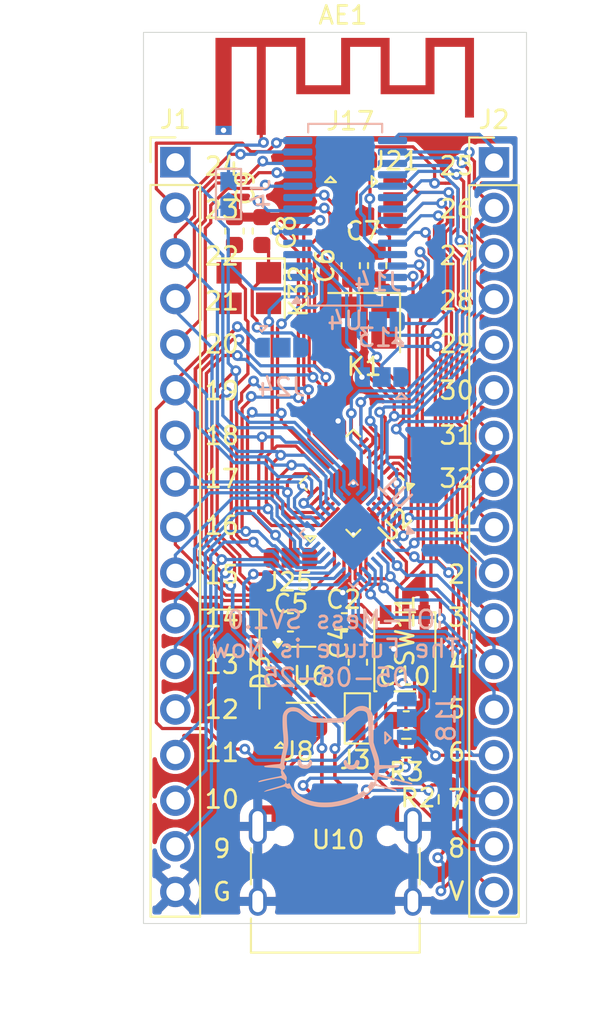
<source format=kicad_pcb>
(kicad_pcb (version 20241229) (generator "pcbnew") (generator_version "9.0")
  (layers (0 "F.Cu" signal) (2 "B.Cu" signal) (13 "F.Paste" user) (15 "B.Paste" user) (5 "F.SilkS" user "F.Silkscreen") (7 "B.SilkS" user "B.Silkscreen") (1 "F.Mask" user) (3 "B.Mask" user) (25 "Edge.Cuts" user))
  (net 0 "")
  (net 1 "P_5")
  (net 2 "P_4")
  (net 3 "P_22")
  (net 4 "P_15")
  (net 5 "P_29")
  (net 6 "P_1")
  (net 7 "P_17")
  (net 8 "P_2")
  (net 9 "P_19")
  (net 10 "P_25")
  (net 11 "P_13")
  (net 12 "P_7")
  (net 13 "P_8")
  (net 14 "P_20")
  (net 15 "P_32")
  (net 16 "P_28")
  (net 17 "P_18")
  (net 18 "P_6")
  (net 19 "P_23")
  (net 20 "P_30")
  (net 21 "P_10")
  (net 22 "P_11")
  (net 23 "P_24")
  (net 24 "P_21")
  (net 25 "P_27")
  (net 26 "P_9")
  (net 27 "P_12")
  (net 28 "P_31")
  (net 29 "P_3")
  (net 30 "P_26")
  (net 31 "P_16")
  (net 32 "P_14")
  (net 33 "GND")
  (net 34 "5V")
  (net 35 "+3.3V")
  (net 36 "Net-(D3-A)")
  (net 37 "VCC")
  (net 38 "Net-(J8-B)")
  (net 39 "D+")
  (net 40 "D-")
  (net 44 "CC1")
  (net 45 "CC2")
  (net 46 "Net-(J18-C)")
  (net 47 "Net-(J21-C)")
  (net 48 "Net-(AE1-A)")
  (net 50 "Net-(J24-B)")
  (net 51 "Net-(J25-B)")
  (net 52 "Net-(J17-C)")
  (footprint "Capacitor_SMD:C_0603_1608Metric" (layer "F.Cu") (at 147.350001 81.800001 90)
    (property "Reference" "C9")
    (property "Value" "15-30pF")
  )
  (footprint "IOT-Mess-Footprints:Jumper-3_P1.3mm_Open_RoundedPad1.0x1.5mm" (layer "F.Cu") (at 150.475001 100 180)
    (property "Reference" "J25")
    (property "Value" "Jumper")
  )
  (footprint "Button_Switch_SMD:SW_SPST_PTS810" (layer "F.Cu") (at 156.8425 105.2325 90)
    (property "Reference" "SW11")
    (property "Value" "SW_Push")
  )
  (footprint "Package_TO_SOT_SMD:SOT-23-5" (layer "F.Cu") (at 151.057415 106.512501)
    (property "Reference" "U6")
    (property "Value" "ME6211C33M5")
  )
  (footprint "Package_DFN_QFN:QFN-28-1EP_4x4mm_P0.4mm_EP2.3x2.3mm_ThermalVias" (layer "F.Cu") (at 153.971491 95.838173 -135)
    (property "Reference" "U2")
    (property "Value" "~")
  )
  (footprint "Capacitor_SMD:C_0603_1608Metric" (layer "F.Cu") (at 154.2232 105.813504 90)
    (property "Reference" "C4")
    (property "Value" "1u")
  )
  (footprint "Diode_SMD:D_SMA" (layer "F.Cu") (at 147.094916 106.392502 -90)
    (property "Reference" "D3")
    (property "Value" "SS14")
  )
  (footprint "Resistor_SMD:R_0603_1608Metric" (layer "F.Cu") (at 156.925 110.6)
    (property "Reference" "R3")
    (property "Value" "5.1K")
  )
  (footprint "Capacitor_SMD:C_0603_1608Metric" (layer "F.Cu") (at 155.3 83.725 90)
    (property "Reference" "C7")
    (property "Value" "12-25pF")
  )
  (footprint "IOT-Mess-Footprints:Jumpper-triangle" (layer "F.Cu") (at 154.194915 108.942501 -90)
    (property "Reference" "J3")
    (property "Value" "Jumper_2")
  )
  (footprint "Capacitor_SMD:C_0603_1608Metric" (layer "F.Cu") (at 148.875 81.800001 90)
    (property "Reference" "C8")
    (property "Value" "15-30pF")
  )
  (footprint "Connector_USB:USB_C_Receptacle_HRO_TYPE-C-31-M-12" (layer "F.Cu") (at 152.967414 118.085)
    (property "Reference" "U10")
    (property "Value" "USB_C_Receptacle_USB2.0_16P")
  )
  (footprint "Crystal:Crystal_SMD_3225-4Pin_3.2x2.5mm" (layer "F.Cu") (at 154.575 86.9 180)
    (property "Reference" "K1")
    (property "Value" "Crystal")
  )
  (footprint "Capacitor_SMD:C_0603_1608Metric" (layer "F.Cu") (at 153.469915 103.592502)
    (property "Reference" "C2")
    (property "Value" "10u")
  )
  (footprint "Crystal:Crystal_SMD_3225-4Pin_3.2x2.5mm" (layer "F.Cu") (at 148.15 84.974999 180)
    (property "Reference" "K32")
    (property "Value" "Crystal")
  )
  (footprint "Capacitor_SMD:C_0603_1608Metric" (layer "F.Cu") (at 153.825 83.725 90)
    (property "Reference" "C6")
    (property "Value" "12-25pF")
  )
  (footprint "Connector_PinHeader_2.54mm:PinHeader_1x17_P2.54mm_Vertical" (layer "F.Cu") (at 161.807414 77.975)
    (property "Reference" "J2")
    (property "Value" "Conn_01x17_Pin")
  )
  (footprint "RF_Antenna:Texas_SWRA117D_2.4GHz_Right" (layer "F.Cu") (at 148.842414 76.19)
    (property "Reference" "AE1")
    (property "Value" "Antenna")
  )
  (footprint "Capacitor_SMD:C_0603_1608Metric" (layer "F.Cu") (at 156.9175 109.0575)
    (property "Reference" "C10")
    (property "Value" ".1u")
  )
  (footprint "Resistor_SMD:R_0603_1608Metric" (layer "F.Cu") (at 159.25 113.45 -90)
    (property "Reference" "R2")
    (property "Value" "5.1K")
  )
  (footprint "IOT-Mess-Footprints:Jumper-3_P1.3mm_Open_RoundedPad1.0x1.5mm" (layer "F.Cu") (at 153.8 77.875)
    (property "Reference" "J17")
    (property "Value" "Jumper")
  )
  (footprint "Capacitor_SMD:C_0603_1608Metric" (layer "F.Cu") (at 150.469916 103.5925 180)
    (property "Reference" "C5")
    (property "Value" "1u")
  )
  (footprint "IOT-Mess-Footprints:Jumper-3_P1.3mm_Open_RoundedPad1.0x1.5mm" (layer "F.Cu") (at 156.192414 80.14 -90)
    (property "Reference" "J21")
    (property "Value" "Jumper")
  )
  (footprint "IOT-Mess-Footprints:Jumper-3_P1.3mm_Open_RoundedPad1.0x1.5mm" (layer "F.Cu") (at 151.017416 109.375)
    (property "Reference" "J8")
    (property "Value" "Jumper")
  )
  (footprint "Connector_PinHeader_2.54mm:PinHeader_1x17_P2.54mm_Vertical" (layer "F.Cu") (at 144.057414 77.965)
    (property "Reference" "J1")
    (property "Value" "Conn_01x17_Pin")
  )
  (footprint "Package_SO:QSOP-28_3.9x9.9mm_P0.635mm" (layer "B.Cu") (at 153.517414 80.89)
    (property "Reference" "U4")
    (property "Value" "~")
  )
  (footprint "catIcon.preety:catIcon8x8" (layer "B.Cu") (at 152.825 111.05 180)
    (property "Reference" "")
    (property "Value" "LOGO" (hide yes))
  )
  (footprint "IOT-Mess-Footprints:Jumper-3_P1.3mm_Open_RoundedPad1.0x1.5mm" (layer "B.Cu") (at 149.975 88.292501)
    (property "Reference" "J24")
    (property "Value" "Jumper")
  )
  (footprint "Package_DFN_QFN:QFN-32-1EP_4x4mm_P0.4mm_EP2.9x2.9mm_ThermalVias" (layer "B.Cu") (at 153.972109 98.6675 135)
    (property "Reference" "U1")
    (property "Value" "~")
  )
  (footprint "IOT-Mess-Footprints:Jumper-3_P1.3mm_Open_RoundedPad1.0x1.5mm" (layer "B.Cu") (at 155.342414 86.84 180)
    (property "Reference" "J14")
    (property "Value" "Jumper")
  )
  (footprint "IOT-Mess-Footprints:Jumper-3_P1.3mm_Open_RoundedPad1.0x1.5mm" (layer "B.Cu") (at 155.55 89.9325 180)
    (property "Reference" "J13")
    (property "Value" "Jumper")
  )
  (footprint "IOT-Mess-Footprints:Jumpper-triangle" (layer "B.Cu") (at 147.017414 79.74 90)
    (property "Reference" "J4")
    (property "Value" "Jumper_2")
  )
  (footprint "IOT-Mess-Footprints:Jumper-3_P1.3mm_Open_RoundedPad1.0x1.5mm" (layer "B.Cu") (at 156.95 108.925 90)
    (property "Reference" "J18")
    (property "Value" "Jumper")
  )
  (gr_rect (start 142.282414 70.735) (end 163.617414 120.365) (stroke (width 0.05)) (fill no) (layer "Edge.Cuts"))
  (gr_text "6" (at 159.725002 110.825001 0) (layer "F.SilkS") (effects (font (size 1 1))))
  (gr_text "3" (at 159.725 103.325 0) (layer "F.SilkS") (effects (font (size 1 1))))
  (gr_text "11" (at 146.650002 110.850001 0) (layer "F.SilkS") (effects (font (size 1 1))))
  (gr_text "27" (at 159.725 83.175 0) (layer "F.SilkS") (effects (font (size 1 1))))
  (gr_text "13" (at 146.65 105.95 0) (layer "F.SilkS") (effects (font (size 1 1))))
  (gr_text "30" (at 159.725 90.675 0) (layer "F.SilkS") (effects (font (size 1 1))))
  (gr_text "4" (at 159.725 105.925 0) (layer "F.SilkS") (effects (font (size 1 1))))
  (gr_text "9" (at 146.65 116.2 0) (layer "F.SilkS") (effects (font (size 1 1))))
  (gr_text "21" (at 146.65 85.7 0) (layer "F.SilkS") (effects (font (size 1 1))))
  (gr_text "29" (at 159.725 88.075 0) (layer "F.SilkS") (effects (font (size 1 1))))
  (gr_text "7" (at 159.725 113.425 0) (layer "F.SilkS") (effects (font (size 1 1))))
  (gr_text "16" (at 146.65 98.2 0) (layer "F.SilkS") (effects (font (size 1 1))))
  (gr_text "25" (at 159.725 78.175 0) (layer "F.SilkS") (effects (font (size 1 1))))
  (gr_text "2" (at 159.725 100.925 0) (layer "F.SilkS") (effects (font (size 1 1))))
  (gr_text "8" (at 159.725 116.175 0) (layer "F.SilkS") (effects (font (size 1 1))))
  (gr_text "5" (at 159.725 108.425 0) (layer "F.SilkS") (effects (font (size 1 1))))
  (gr_text "22" (at 146.65 83.2 0) (layer "F.SilkS") (effects (font (size 1 1))))
  (gr_text "1" (at 159.725 98.175 0) (layer "F.SilkS") (effects (font (size 1 1))))
  (gr_text "20" (at 146.65 88.1 0) (layer "F.SilkS") (effects (font (size 1 1))))
  (gr_text "14" (at 146.65 103.35 0) (layer "F.SilkS") (effects (font (size 1 1))))
  (gr_text "31" (at 159.725 93.175 0) (layer "F.SilkS") (effects (font (size 1 1))))
  (gr_text "10" (at 146.65 113.45 0) (layer "F.SilkS") (effects (font (size 1 1))))
  (gr_text "26" (at 159.725 80.575 0) (layer "F.SilkS") (effects (font (size 1 1))))
  (gr_text "23" (at 146.65 80.6 0) (layer "F.SilkS") (effects (font (size 1 1))))
  (gr_text "24" (at 146.65 78.2 0) (layer "F.SilkS") (effects (font (size 1 1))))
  (gr_text "32" (at 159.725 95.575 0) (layer "F.SilkS") (effects (font (size 1 1))))
  (gr_text "19" (at 146.65 90.7 0) (layer "F.SilkS") (effects (font (size 1 1))))
  (gr_text "28" (at 159.725 85.675 0) (layer "F.SilkS") (effects (font (size 1 1))))
  (gr_text "15" (at 146.65 100.95 0) (layer "F.SilkS") (effects (font (size 1 1))))
  (gr_text "V" (at 159.725 118.575 0) (layer "F.SilkS") (effects (font (size 1 1))))
  (gr_text "12" (at 146.65 108.45 0) (layer "F.SilkS") (effects (font (size 1 1))))
  (gr_text "G" (at 146.65 118.6 0) (layer "F.SilkS") (effects (font (size 1 1))))
  (gr_text "17" (at 146.65 95.6 0) (layer "F.SilkS") (effects (font (size 1 1))))
  (gr_text "18" (at 146.65 93.2 0) (layer "F.SilkS") (effects (font (size 1 1))))
  (gr_text "IOT-Mess SV1.0\nThe Future is Now\n05-08-25\n" (at 152.975 107.25 0) (layer "B.SilkS") (effects (font (size 1 1)) (justify bottom mirror)))
  (segment (start 154.376 101.046608) (end 154.802196 101.472804) (width 0.18) (layer "F.Cu") (net 1))
  (segment (start 155.026643 98.024696) (end 155.026643 98.699035) (width 0.18) (layer "F.Cu") (net 1))
  (segment (start 154.376 99.349678) (end 154.376 101.046608) (width 0.18) (layer "F.Cu") (net 1))
  (segment (start 155.451754 101.472804) (end 155.654461 101.675511) (width 0.18) (layer "F.Cu") (net 1))
  (segment (start 155.026643 98.699035) (end 154.376 99.349678) (width 0.18) (layer "F.Cu") (net 1))
  (segment (start 154.775825 97.773878) (end 155.026643 98.024696) (width 0.18) (layer "F.Cu") (net 1))
  (segment (start 154.802196 101.472804) (end 155.451754 101.472804) (width 0.18) (layer "F.Cu") (net 1))
  (via (at 155.654461 101.675511) (size 0.6) (drill 0.3) (layers "F.Cu" "B.Cu") (net 1))
  (segment (start 155.248135 100.223135) (end 155.244901 100.223135) (width 0.18) (layer "B.Cu") (net 1))
  (segment (start 155.525 100.5) (end 155.248135 100.223135) (width 0.18) (layer "B.Cu") (net 1))
  (segment (start 156.326975 102.348025) (end 158.822347 102.348025) (width 0.18) (layer "B.Cu") (net 1))
  (segment (start 155.654461 101.675511) (end 155.525 101.54605) (width 0.18) (layer "B.Cu") (net 1))
  (segment (start 158.822347 102.348025) (end 160.697414 104.223092) (width 0.18) (layer "B.Cu") (net 1))
  (segment (start 160.697414 104.223092) (end 160.697414 106.305482) (width 0.18) (layer "B.Cu") (net 1))
  (segment (start 161.807414 107.415481) (end 161.807414 108.455) (width 0.18) (layer "B.Cu") (net 1))
  (segment (start 155.654461 101.675511) (end 156.326975 102.348025) (width 0.18) (layer "B.Cu") (net 1))
  (segment (start 155.525 101.54605) (end 155.525 100.5) (width 0.18) (layer "B.Cu") (net 1))
  (segment (start 160.697414 106.305482) (end 161.807414 107.415481) (width 0.18) (layer "B.Cu") (net 1))
  (segment (start 158.92 86.247034) (end 159.140414 86.467448) (width 0.18) (layer "F.Cu") (net 2))
  (segment (start 159.764414 99.643356) (end 160.445414 100.324356) (width 0.18) (layer "F.Cu") (net 2))
  (segment (start 154.915035 101.159965) (end 154.677 100.92193) (width 0.18) (layer "F.Cu") (net 2))
  (segment (start 158.196 82.084) (end 158.196 83.048712) (width 0.18) (layer "F.Cu") (net 2))
  (segment (start 158.92 83.772712) (end 158.92 86.247034) (width 0.18) (layer "F.Cu") (net 2))
  (segment (start 159.764414 95.489034) (end 159.764414 99.643356) (width 0.18) (layer "F.Cu") (net 2))
  (segment (start 154.677 99.474356) (end 155.327643 98.823713) (width 0.18) (layer "F.Cu") (net 2))
  (segment (start 159.140414 86.467448) (end 159.140414 92.717092) (width 0.18) (layer "F.Cu") (net 2))
  (segment (start 155.327643 98.823713) (end 155.327643 97.900018) (width 0.18) (layer "F.Cu") (net 2))
  (segment (start 158.196 83.048712) (end 158.92 83.772712) (width 0.18) (layer "F.Cu") (net 2))
  (segment (start 156.035 101.045884) (end 155.999046 101.045884) (width 0.18) (layer "F.Cu") (net 2))
  (segment (start 160.445414 100.324356) (end 160.445414 104.553) (width 0.18) (layer "F.Cu") (net 2))
  (segment (start 159.498 95.22262) (end 159.764414 95.489034) (width 0.18) (layer "F.Cu") (net 2))
  (segment (start 160.445414 104.553) (end 161.807414 105.915) (width 0.18) (layer "F.Cu") (net 2))
  (segment (start 157.987 81.875) (end 158.196 82.084) (width 0.18) (layer "F.Cu") (net 2))
  (segment (start 159.498 93.074678) (end 159.498 95.22262) (width 0.18) (layer "F.Cu") (net 2))
  (segment (start 159.140414 92.717092) (end 159.498 93.074678) (width 0.18) (layer "F.Cu") (net 2))
  (segment (start 154.988664 97.561039) (end 155.058668 97.491035) (width 0.18) (layer "F.Cu") (net 2))
  (segment (start 155.327643 97.900018) (end 154.988664 97.561039) (width 0.18) (layer "F.Cu") (net 2))
  (segment (start 155.884965 101.159965) (end 154.915035 101.159965) (width 0.18) (layer "F.Cu") (net 2))
  (segment (start 154.677 100.92193) (end 154.677 99.474356) (width 0.18) (layer "F.Cu") (net 2))
  (segment (start 155.999046 101.045884) (end 155.884965 101.159965) (width 0.18) (layer "F.Cu") (net 2))
  (via (at 156.035 101.045884) (size 0.6) (drill 0.3) (layers "F.Cu" "B.Cu") (net 2))
  (via (at 157.987 81.875) (size 0.6) (drill 0.3) (layers "F.Cu" "B.Cu") (net 2))
  (segment (start 158.65 101.75) (end 161.807414 104.907414) (width 0.18) (layer "B.Cu") (net 2))
  (segment (start 156.739116 101.75) (end 158.65 101.75) (width 0.18) (layer "B.Cu") (net 2))
  (segment (start 156.035 101.045884) (end 156.739116 101.75) (width 0.18) (layer "B.Cu") (net 2))
  (segment (start 157.987 81.875) (end 157.382414 81.875) (width 0.18) (layer "B.Cu") (net 2))
  (segment (start 155.9 100.910884) (end 155.9 100.312548) (width 0.18) (layer "B.Cu") (net 2))
  (segment (start 161.807414 104.907414) (end 161.807414 105.915) (width 0.18) (layer "B.Cu") (net 2))
  (segment (start 156.779914 82.4775) (end 156.154914 82.4775) (width 0.18) (layer "B.Cu") (net 2))
  (segment (start 155.9 100.312548) (end 155.527744 99.940292) (width 0.18) (layer "B.Cu") (net 2))
  (segment (start 157.382414 81.875) (end 156.779914 82.4775) (width 0.18) (layer "B.Cu") (net 2))
  (segment (start 156.035 101.045884) (end 155.9 100.910884) (width 0.18) (layer "B.Cu") (net 2))
  (segment (start 145.125 80.957414) (end 144.057414 82.025) (width 0.18) (layer "F.Cu") (net 3))
  (segment (start 144.057414 82.025) (end 144.057414 83.045) (width 0.18) (layer "F.Cu") (net 3))
  (segment (start 148.704 97.484953) (end 149.419047 98.2) (width 0.18) (layer "F.Cu") (net 3))
  (segment (start 150.475001 98.224999) (end 150.5 98.2) (width 0.18) (layer "F.Cu") (net 3))
  (segment (start 152.175349 98.2) (end 152.884314 97.491035) (width 0.18) (layer "F.Cu") (net 3))
  (segment (start 147.1 77.525) (end 145.125 79.5) (width 0.18) (layer "F.Cu") (net 3))
  (segment (start 145.125 79.5) (end 145.125 80.957414) (width 0.18) (layer "F.Cu") (net 3))
  (segment (start 148.885 94.165) (end 148.704 94.346) (width 0.18) (layer "F.Cu") (net 3))
  (segment (start 148.704 94.346) (end 148.704 97.484953) (width 0.18) (layer "F.Cu") (net 3))
  (segment (start 150.5 98.2) (end 152.175349 98.2) (width 0.18) (layer "F.Cu") (net 3))
  (segment (start 147.685625 77.525) (end 147.1 77.525) (width 0.18) (layer "F.Cu") (net 3))
  (segment (start 148.885 93.264) (end 148.885 94.165) (width 0.18) (layer "F.Cu") (net 3))
  (segment (start 150.475001 100) (end 150.475001 98.224999) (width 0.18) (layer "F.Cu") (net 3))
  (segment (start 149.419047 98.2) (end 150.5 98.2) (width 0.18) (layer "F.Cu") (net 3))
  (via (at 147.685625 77.525) (size 0.6) (drill 0.3) (layers "F.Cu" "B.Cu") (net 3))
  (via (at 148.885 93.264) (size 0.6) (drill 0.3) (layers "F.Cu" "B.Cu") (net 3))
  (segment (start 149.89 93.264) (end 150.192 93.566) (width 0.18) (layer "B.Cu") (net 3))
  (segment (start 146.400414 92.497702) (end 146.400414 85.388) (width 0.18) (layer "B.Cu") (net 3))
  (segment (start 148.885 93.264) (end 147.166712 93.264) (width 0.18) (layer "B.Cu") (net 3))
  (segment (start 147.685625 77.525) (end 148.507414 77.525) (width 0.18) (layer "B.Cu") (net 3))
  (segment (start 150.964644 93.566) (end 152.757378 95.358734) (width 0.18) (layer "B.Cu") (net 3))
  (segment (start 148.507414 77.525) (end 148.634914 77.3975) (width 0.18) (layer "B.Cu") (net 3))
  (segment (start 152.757378 96.60424) (end 152.98216 96.829022) (width 0.18) (layer "B.Cu") (net 3))
  (segment (start 148.885 93.264) (end 149.89 93.264) (width 0.18) (layer "B.Cu") (net 3))
  (segment (start 148.634914 77.3975) (end 150.879914 77.3975) (width 0.18) (layer "B.Cu") (net 3))
  (segment (start 146.400414 85.388) (end 144.057414 83.045) (width 0.18) (layer "B.Cu") (net 3))
  (segment (start 152.757378 95.358734) (end 152.757378 96.60424) (width 0.18) (layer "B.Cu") (net 3))
  (segment (start 147.166712 93.264) (end 146.400414 92.497702) (width 0.18) (layer "B.Cu") (net 3))
  (segment (start 150.192 93.566) (end 150.964644 93.566) (width 0.18) (layer "B.Cu") (net 3))
  (segment (start 159.540414 101.043754) (end 159.319785 100.823125) (width 0.18) (layer "F.Cu") (net 4))
  (segment (start 146.574322 102.2) (end 146.751322 102.377) (width 0.18) (layer "F.Cu") (net 4))
  (segment (start 158.595 93.449356) (end 158.595 100.09834) (width 0.18) (layer "F.Cu") (net 4))
  (segment (start 157.818414 87.174013) (end 157.818414 92.67277) (width 0.18) (layer "F.Cu") (net 4))
  (segment (start 158.381875 84.838766) (end 158.381875 86.610552) (width 0.18) (layer "F.Cu") (net 4))
  (segment (start 157.818414 92.67277) (end 158.595 93.449356) (width 0.18) (layer "F.Cu") (net 4))
  (segment (start 158.381875 86.610552) (end 157.818414 87.174013) (width 0.18) (layer "F.Cu") (net 4))
  (segment (start 149.474 102.901) (end 153.101246 102.901) (width 0.18) (layer "F.Cu") (net 4))
  (segment (start 158.595 100.09834) (end 159.276875 100.780215) (width 0.18) (layer "F.Cu") (net 4))
  (segment (start 153.355915 103.15567) (end 153.355915 105.269051) (width 0.18) (layer "F.Cu") (net 4))
  (segment (start 157.366001 99.933607) (end 157.183607 99.933607) (width 0.18) (layer "F.Cu") (net 4))
  (segment (start 156.25 96.985311) (end 155.907196 96.642507) (width 0.18) (layer "F.Cu") (net 4))
  (segment (start 156.25 99) (end 156.25 96.985311) (width 0.18) (layer "F.Cu") (net 4))
  (segment (start 157.686 82.960241) (end 157.686 83.005419) (width 0.18) (layer "F.Cu") (net 4))
  (segment (start 153.101246 102.901) (end 153.355915 103.15567) (width 0.18) (layer "F.Cu") (net 4))
  (segment (start 148.95 102.377) (end 149.474 102.901) (width 0.18) (layer "F.Cu") (net 4))
  (segment (start 157.183607 99.933607) (end 156.25 99) (width 0.18) (layer "F.Cu") (net 4))
  (segment (start 158.499818 105.699504) (end 159.540414 104.658908) (width 0.18) (layer "F.Cu") (net 4))
  (segment (start 145.432414 102.2) (end 146.574322 102.2) (width 0.18) (layer "F.Cu") (net 4))
  (segment (start 157.686 83.005419) (end 158.147452 83.466871) (width 0.18) (layer "F.Cu") (net 4))
  (segment (start 159.319785 100.823125) (end 159.276875 100.823125) (width 0.18) (layer "F.Cu") (net 4))
  (segment (start 158.147452 83.466871) (end 158.147452 84.604343) (width 0.18) (layer "F.Cu") (net 4))
  (segment (start 144.057414 100.825) (end 145.432414 102.2) (width 0.18) (layer "F.Cu") (net 4))
  (segment (start 159.276875 100.780215) (end 159.276875 100.823125) (width 0.18) (layer "F.Cu") (net 4))
  (segment (start 153.786368 105.699504) (end 158.499818 105.699504) (width 0.18) (layer "F.Cu") (net 4))
  (segment (start 146.751322 102.377) (end 148.95 102.377) (width 0.18) (layer "F.Cu") (net 4))
  (segment (start 158.147452 84.604343) (end 158.381875 84.838766) (width 0.18) (layer "F.Cu") (net 4))
  (segment (start 159.540414 104.658908) (end 159.540414 101.043754) (width 0.18) (layer "F.Cu") (net 4))
  (segment (start 153.355915 105.269051) (end 153.786368 105.699504) (width 0.18) (layer "F.Cu") (net 4))
  (via (at 157.366001 99.933607) (size 0.6) (drill 0.3) (layers "F.Cu" "B.Cu") (net 4))
  (via (at 157.686 82.960241) (size 0.6) (drill 0.3) (layers "F.Cu" "B.Cu") (net 4))
  (via (at 159.276875 100.823125) (size 0.6) (drill 0.3) (layers "F.Cu" "B.Cu") (net 4))
  (segment (start 151.025 99.375) (end 151.231231 99.581231) (width 0.18) (layer "B.Cu") (net 4))
  (segment (start 156.154914 85.0175) (end 157.320255 85.0175) (width 0.18) (layer "B.Cu") (net 4))
  (segment (start 151.025 98.974496) (end 151.025 99.375) (width 0.18) (layer "B.Cu") (net 4))
  (segment (start 144.057414 100.825) (end 144.057414 99.842586) (width 0.18) (layer "B.Cu") (net 4))
  (segment (start 149.377 96.677) (end 149.725 97.025) (width 0.18) (layer "B.Cu") (net 4))
  (segment (start 151.231231 99.581231) (end 151.644165 99.581231) (width 0.18) (layer "B.Cu") (net 4))
  (segment (start 156.197414 84.975) (end 156.154914 85.0175) (width 0.18) (layer "B.Cu") (net 4))
  (segment (start 157.646061 100.213667) (end 158.651095 100.213667) (width 0.18) (layer "B.Cu") (net 4))
  (segment (start 159.260553 100.823125) (end 159.276875 100.823125) (width 0.18) (layer "B.Cu") (net 4))
  (segment (start 147.223 96.677) (end 149.377 96.677) (width 0.18) (layer "B.Cu") (net 4))
  (segment (start 158.147452 84.190303) (end 158.147452 83.421693) (width 0.18) (layer "B.Cu") (net 4))
  (segment (start 157.320255 85.0175) (end 158.147452 84.190303) (width 0.18) (layer "B.Cu") (net 4))
  (segment (start 149.725 97.025) (end 149.725 97.674496) (width 0.18) (layer "B.Cu") (net 4))
  (segment (start 144.057414 99.842586) (end 147.223 96.677) (width 0.18) (layer "B.Cu") (net 4))
  (segment (start 158.651095 100.213667) (end 159.260553 100.823125) (width 0.18) (layer "B.Cu") (net 4))
  (segment (start 157.366001 99.933607) (end 157.646061 100.213667) (width 0.18) (layer "B.Cu") (net 4))
  (segment (start 158.147452 83.421693) (end 157.686 82.960241) (width 0.18) (layer "B.Cu") (net 4))
  (segment (start 149.725 97.674496) (end 151.025 98.974496) (width 0.18) (layer "B.Cu") (net 4))
  (segment (start 144.188414 100.956) (end 144.057414 100.825) (width 0.18) (layer "B.Cu") (net 4))
  (segment (start 151.644165 99.581231) (end 151.850789 99.374607) (width 0.18) (layer "B.Cu") (net 4))
  (segment (start 156.381914 96.167789) (end 156.190039 96.359664) (width 0.18) (layer "F.Cu") (net 5))
  (segment (start 154.8575 89.9325) (end 154.450001 89.9325) (width 0.18) (layer "F.Cu") (net 5))
  (segment (start 156.249947 92.11) (end 156.249947 91.324947) (width 0.18) (layer "F.Cu") (net 5))
  (segment (start 156.249947 91.324947) (end 154.8575 89.9325) (width 0.18) (layer "F.Cu") (net 5))
  (segment (start 156.381914 95.831914) (end 156.381914 96.167789) (width 0.18) (layer "F.Cu") (net 5))
  (via (at 156.249947 92.11) (size 0.6) (drill 0.3) (layers "F.Cu" "B.Cu") (net 5))
  (via (at 154.450001 89.9325) (size 0.6) (drill 0.3) (layers "F.Cu" "B.Cu") (net 5))
  (via (at 156.381914 95.831914) (size 0.6) (drill 0.3) (layers "F.Cu" "B.Cu") (net 5))
  (segment (start 155.851 94.662172) (end 156.381914 95.193086) (width 0.18) (layer "B.Cu") (net 5))
  (segment (start 153.6 85.2) (end 153.6 88) (width 0.18) (layer "B.Cu") (net 5))
  (segment (start 156.381914 95.831914) (end 156.381914 96.540538) (width 0.18) (layer "B.Cu") (net 5))
  (segment (start 156.381914 95.193086) (end 156.381914 95.831914) (width 0.18) (layer "B.Cu") (net 5))
  (segment (start 155.851 92.508947) (end 155.851 94.662172) (width 0.18) (layer "B.Cu") (net 5))
  (segment (start 151.5125 83.1125) (end 153.6 85.2) (width 0.18) (layer "B.Cu") (net 5))
  (segment (start 156.249947 92.11) (end 155.851 92.508947) (width 0.18) (layer "B.Cu") (net 5))
  (segment (start 156.249947 92.11) (end 157.287134 92.11) (width 0.18) (layer "B.Cu") (net 5))
  (segment (start 154.450001 88.850001) (end 154.450001 89.9325) (width 0.18) (layer "B.Cu") (net 5))
  (segment (start 157.287134 92.11) (end 161.262134 88.135) (width 0.18) (layer "B.Cu") (net 5))
  (segment (start 153.6 88) (end 154.450001 88.850001) (width 0.18) (layer "B.Cu") (net 5))
  (segment (start 161.262134 88.135) (end 161.807414 88.135) (width 0.18) (layer "B.Cu") (net 5))
  (segment (start 156.381914 96.540538) (end 155.527744 97.394708) (width 0.18) (layer "B.Cu") (net 5))
  (segment (start 150.879914 83.1125) (end 151.5125 83.1125) (width 0.18) (layer "B.Cu") (net 5))
  (segment (start 160.438707 92.697649) (end 160.438707 94.886293) (width 0.18) (layer "F.Cu") (net 6))
  (segment (start 160.066414 92.325356) (end 160.438707 92.697649) (width 0.18) (layer "F.Cu") (net 6))
  (segment (start 159.280414 79.64608) (end 157.52108 79.64608) (width 0.18) (layer "F.Cu") (net 6))
  (segment (start 159.099 81.881414) (end 159.099 82.674678) (width 0.18) (layer "F.Cu") (net 6))
  (segment (start 156.9 95.627336) (end 156.589346 95.316682) (width 0.18) (layer "F.Cu") (net 6))
  (segment (start 160.667414 97.155) (end 161.807414 98.295) (width 0.18) (layer "F.Cu") (net 6))
  (segment (start 157.52108 79.64608) (end 156.827196 78.952196) (width 0.18) (layer "F.Cu") (net 6))
  (segment (start 159.823 85.873) (end 160.066414 86.116414) (width 0.18) (layer "F.Cu") (net 6))
  (segment (start 156.589346 95.316682) (end 156.190039 95.316682) (width 0.18) (layer "F.Cu") (net 6))
  (segment (start 156.76 98.440893) (end 156.551 98.231893) (width 0.18) (layer "F.Cu") (net 6))
  (segment (start 159.823 83.398678) (end 159.823 85.873) (width 0.18) (layer "F.Cu") (net 6))
  (segment (start 156.551 98.231893) (end 156.551 96.924) (width 0.18) (layer "F.Cu") (net 6))
  (segment (start 156.9 96.575) (end 156.9 95.627336) (width 0.18) (layer "F.Cu") (net 6))
  (segment (start 160.438707 94.886293) (end 160.667414 95.115) (width 0.18) (layer "F.Cu") (net 6))
  (segment (start 156.76 98.771518) (end 156.76 98.440893) (width 0.18) (layer "F.Cu") (net 6))
  (segment (start 159.515414 81.465) (end 159.099 81.881414) (width 0.18) (layer "F.Cu") (net 6))
  (segment (start 156.827196 78.952196) (end 156.280219 78.952196) (width 0.18) (layer "F.Cu") (net 6))
  (segment (start 156.280219 78.952196) (end 156.192414 79.040001) (width 0.18) (layer "F.Cu") (net 6))
  (segment (start 159.515414 79.88108) (end 159.515414 81.465) (width 0.18) (layer "F.Cu") (net 6))
  (segment (start 159.280414 79.64608) (end 159.515414 79.88108) (width 0.18) (layer "F.Cu") (net 6))
  (segment (start 159.099 82.674678) (end 159.823 83.398678) (width 0.18) (layer "F.Cu") (net 6))
  (segment (start 160.066414 86.116414) (end 160.066414 92.325356) (width 0.18) (layer "F.Cu") (net 6))
  (segment (start 156.551 96.924) (end 156.9 96.575) (width 0.18) (layer "F.Cu") (net 6))
  (segment (start 160.667414 95.115) (end 160.667414 97.155) (width 0.18) (layer "F.Cu") (net 6))
  (via (at 156.76 98.771518) (size 0.6) (drill 0.3) (layers "F.Cu" "B.Cu") (net 6))
  (via (at 159.280414 79.64608) (size 0.6) (drill 0.3) (layers "F.Cu" "B.Cu") (net 6))
  (segment (start 157.736334 79.64608) (end 159.280414 79.64608) (width 0.18) (layer "B.Cu") (net 6))
  (segment (start 159.4 86.175) (end 158.625 86.95) (width 0.18) (layer "B.Cu") (net 6))
  (segment (start 157.095625 98.435893) (end 161.666521 98.435893) (width 0.18) (layer "B.Cu") (net 6))
  (segment (start 156.552413 86.95) (end 156.442413 86.84) (width 0.18) (layer "B.Cu") (net 6))
  (segment (start 158.625 86.95) (end 156.552413 86.95) (width 0.18) (layer "B.Cu") (net 6))
  (segment (start 156.696518 98.771518) (end 156.376272 99.091764) (width 0.18) (layer "B.Cu") (net 6))
  (segment (start 156.809914 80.5725) (end 157.736334 79.64608) (width 0.18) (layer "B.Cu") (net 6))
  (segment (start 156.76 98.771518) (end 157.095625 98.435893) (width 0.18) (layer "B.Cu") (net 6))
  (segment (start 156.76 98.771518) (end 156.696518 98.771518) (width 0.18) (layer "B.Cu") (net 6))
  (segment (start 159.280414 79.64608) (end 159.4 79.765666) (width 0.18) (layer "B.Cu") (net 6))
  (segment (start 161.666521 98.435893) (end 161.807414 98.295) (width 0.18) (layer "B.Cu") (net 6))
  (segment (start 159.4 79.765666) (end 159.4 86.175) (width 0.18) (layer "B.Cu") (net 6))
  (segment (start 156.154914 80.5725) (end 156.809914 80.5725) (width 0.18) (layer "B.Cu") (net 6))
  (segment (start 150.3 96.35) (end 150.3 95.75) (width 0.18) (layer "F.Cu") (net 7))
  (segment (start 150.3 95.75) (end 150.733318 95.316682) (width 0.18) (layer "F.Cu") (net 7))
  (segment (start 150.733318 95.316682) (end 151.752943 95.316682) (width 0.18) (layer "F.Cu") (net 7))
  (via (at 150.3 96.35) (size 0.6) (drill 0.3) (layers "F.Cu" "B.Cu") (net 7))
  (segment (start 150.3 96.35) (end 150.025 96.075) (width 0.18) (layer "B.Cu") (net 7))
  (segment (start 151.339123 98.243236) (end 151.567946 98.243236) (width 0.18) (layer "B.Cu") (net 7))
  (segment (start 150.35 96.4) (end 150.35 97.254113) (width 0.18) (layer "B.Cu") (net 7))
  (segment (start 150.3 96.35) (end 150.35 96.4) (width 0.18) (layer "B.Cu") (net 7))
  (segment (start 144.387414 96.075) (end 144.057414 95.745) (width 0.18) (layer "B.Cu") (net 7))
  (segment (start 150.025 96.075) (end 144.387414 96.075) (width 0.18) (layer "B.Cu") (net 7))
  (segment (start 150.35 97.254113) (end 151.339123 98.243236) (width 0.18) (layer "B.Cu") (net 7))
  (segment (start 159.522 83.523356) (end 159.522 85.997678) (width 0.18) (layer "F.Cu") (net 8))
  (segment (start 157.366 99.176755) (end 157.401755 99.176755) (width 0.18) (layer "F.Cu") (net 8))
  (segment (start 160.1 92.8) (end 160.1 94.973264) (width 0.18) (layer "F.Cu") (net 8))
  (segment (start 159.522 85.997678) (end 159.742414 86.218092) (width 0.18) (layer "F.Cu") (net 8))
  (segment (start 159.742414 86.218092) (end 159.742414 92.442414) (width 0.18) (layer "F.Cu") (net 8))
  (segment (start 157.401755 99.176755) (end 157.575 99.00351) (width 0.18) (layer "F.Cu") (net 8))
  (segment (start 160.1 94.973264) (end 160.366414 95.239678) (width 0.18) (layer "F.Cu") (net 8))
  (segment (start 157.575 99.00351) (end 157.575 95.35) (width 0.18) (layer "F.Cu") (net 8))
  (segment (start 156.863664 81.239999) (end 156.192414 81.239999) (width 0.18) (layer "F.Cu") (net 8))
  (segment (start 159.214414 80.575455) (end 159.214414 81.340322) (width 0.18) (layer "F.Cu") (net 8))
  (segment (start 158.798 81.756736) (end 158.798 82.799356) (width 0.18) (layer "F.Cu") (net 8))
  (segment (start 159.742414 92.442414) (end 160.1 92.8) (width 0.18) (layer "F.Cu") (net 8))
  (segment (start 160.366414 95.239678) (end 160.366414 99.394) (width 0.18) (layer "F.Cu") (net 8))
  (segment (start 160.366414 99.394) (end 161.807414 100.835) (width 0.18) (layer "F.Cu") (net 8))
  (segment (start 157.575 95.35) (end 156.625 94.4) (width 0.18) (layer "F.Cu") (net 8))
  (segment (start 159.214414 81.340322) (end 158.798 81.756736) (width 0.18) (layer "F.Cu") (net 8))
  (segment (start 155.975349 94.4) (end 155.624353 94.750996) (width 0.18) (layer "F.Cu") (net 8))
  (segment (start 157.852621 80.251042) (end 156.863664 81.239999) (width 0.18) (layer "F.Cu") (net 8))
  (segment (start 158.798 82.799356) (end 159.522 83.523356) (width 0.18) (layer "F.Cu") (net 8))
  (segment (start 158.890001 80.251042) (end 159.214414 80.575455) (width 0.18) (layer "F.Cu") (net 8))
  (segment (start 156.625 94.4) (end 155.975349 94.4) (width 0.18) (layer "F.Cu") (net 8))
  (segment (start 158.890001 80.251042) (end 157.852621 80.251042) (width 0.18) (layer "F.Cu") (net 8))
  (via (at 158.890001 80.251042) (size 0.6) (drill 0.3) (layers "F.Cu" "B.Cu") (net 8))
  (via (at 157.366 99.176755) (size 0.6) (drill 0.3) (layers "F.Cu" "B.Cu") (net 8))
  (segment (start 157.852621 80.251042) (end 156.896163 81.2075) (width 0.18) (layer "B.Cu") (net 8))
  (segment (start 157.570506 98.945893) (end 159.918307 98.945893) (width 0.18) (layer "B.Cu") (net 8))
  (segment (start 157.366 99.176755) (end 156.998062 99.544693) (width 0.18) (layer "B.Cu") (net 8))
  (segment (start 158.890001 80.251042) (end 157.852621 80.251042) (width 0.18) (layer "B.Cu") (net 8))
  (segment (start 156.998062 99.544693) (end 156.998062 99.580448) (width 0.18) (layer "B.Cu") (net 8))
  (segment (start 157.366 99.176755) (end 157.366 99.150399) (width 0.18) (layer "B.Cu") (net 8))
  (segment (start 156.300053 99.581231) (end 156.093429 99.374607) (width 0.18) (layer "B.Cu") (net 8))
  (segment (start 156.896163 81.2075) (end 156.154914 81.2075) (width 0.18) (layer "B.Cu") (net 8))
  (segment (start 157.366 99.150399) (end 157.570506 98.945893) (width 0.18) (layer "B.Cu") (net 8))
  (segment (start 156.998062 99.580448) (end 156.997279 99.581231) (width 0.18) (layer "B.Cu") (net 8))
  (segment (start 159.918307 98.945893) (end 161.807414 100.835) (width 0.18) (layer "B.Cu") (net 8))
  (segment (start 156.997279 99.581231) (end 156.300053 99.581231) (width 0.18) (layer "B.Cu") (net 8))
  (segment (start 142.996414 109.173) (end 142.996414 91.726) (width 0.18) (layer "F.Cu") (net 9))
  (segment (start 142.996414 91.726) (end 144.057414 90.665) (width 0.18) (layer "F.Cu") (net 9))
  (segment (start 147.925 110.65) (end 146.925 110.65) (width 0.18) (layer "F.Cu") (net 9))
  (segment (start 145.726 81.633448) (end 145.726 88.48418) (width 0.18) (layer "F.Cu") (net 9))
  (segment (start 146.974 79.426) (end 146.028 80.372) (width 0.18) (layer "F.Cu") (net 9))
  (segment (start 146.028 81.331448) (end 145.726 81.633448) (width 0.18) (layer "F.Cu") (net 9))
  (segment (start 143.329414 109.506) (end 142.996414 109.173) (width 0.18) (layer "F.Cu") (net 9))
  (segment (start 149.06499 79.238673) (end 148.877663 79.426) (width 0.18) (layer "F.Cu") (net 9))
  (segment (start 151.369229 97.125) (end 151.553293 97.125) (width 0.18) (layer "F.Cu") (net 9))
  (segment (start 148.877663 79.426) (end 146.974 79.426) (width 0.18) (layer "F.Cu") (net 9))
  (segment (start 145.781 109.506) (end 143.329414 109.506) (width 0.18) (layer "F.Cu") (net 9))
  (segment (start 151.206965 96.962736) (end 151.369229 97.125) (width 0.18) (layer "F.Cu") (net 9))
  (segment (start 146.925 110.65) (end 145.781 109.506) (width 0.18) (layer "F.Cu") (net 9))
  (segment (start 151.553293 97.125) (end 152.035786 96.642507) (width 0.18) (layer "F.Cu") (net 9))
  (segment (start 145.726 88.48418) (end 144.057414 90.152766) (width 0.18) (layer "F.Cu") (net 9))
  (segment (start 146.028 80.372) (end 146.028 81.331448) (width 0.18) (layer "F.Cu") (net 9))
  (segment (start 144.057414 90.152766) (end 144.057414 90.665) (width 0.18) (layer "F.Cu") (net 9))
  (via (at 151.206965 96.962736) (size 0.6) (drill 0.3) (layers "F.Cu" "B.Cu") (net 9))
  (via (at 147.925 110.65) (size 0.6) (drill 0.3) (layers "F.Cu" "B.Cu") (net 9))
  (via (at 149.06499 79.238673) (size 0.6) (drill 0.3) (layers "F.Cu" "B.Cu") (net 9))
  (segment (start 148.55 111.275) (end 153.017362 111.275) (width 0.18) (layer "B.Cu") (net 9))
  (segment (start 145.275 91.882586) (end 144.057414 90.665) (width 0.18) (layer "B.Cu") (net 9))
  (segment (start 149.775 95.475) (end 149 94.7) (width 0.18) (layer "B.Cu") (net 9))
  (segment (start 153.017362 111.275) (end 156.189 108.103362) (width 0.18) (layer "B.Cu") (net 9))
  (segment (start 156.189 108.103362) (end 156.671639 108.103362) (width 0.18) (layer "B.Cu") (net 9))
  (segment (start 149 94.7) (end 147.325678 94.7) (width 0.18) (layer "B.Cu") (net 9))
  (segment (start 151.424322 95.475) (end 149.775 95.475) (width 0.18) (layer "B.Cu") (net 9))
  (segment (start 156.671639 108.103362) (end 156.95 107.825001) (width 0.18) (layer "B.Cu") (net 9))
  (segment (start 151.206965 96.962736) (end 151.212264 96.962736) (width 0.18) (layer "B.Cu") (net 9))
  (segment (start 149.128817 79.3025) (end 150.879914 79.3025) (width 0.18) (layer "B.Cu") (net 9))
  (segment (start 151.58108 97.125) (end 152.133631 97.677551) (width 0.18) (layer "B.Cu") (net 9))
  (segment (start 147.325678 94.7) (end 145.275 92.649322) (width 0.18) (layer "B.Cu") (net 9))
  (segment (start 147.925 110.65) (end 148.55 111.275) (width 0.18) (layer "B.Cu") (net 9))
  (segment (start 151.65 95.700678) (end 151.424322 95.475) (width 0.18) (layer "B.Cu") (net 9))
  (segment (start 145.275 92.649322) (end 145.275 91.882586) (width 0.18) (layer "B.Cu") (net 9))
  (segment (start 149.06499 79.238673) (end 149.128817 79.3025) (width 0.18) (layer "B.Cu") (net 9))
  (segment (start 151.65 96.525) (end 151.65 95.700678) (width 0.18) (layer "B.Cu") (net 9))
  (segment (start 151.369229 97.125) (end 151.58108 97.125) (width 0.18) (layer "B.Cu") (net 9))
  (segment (start 151.212264 96.962736) (end 151.65 96.525) (width 0.18) (layer "B.Cu") (net 9))
  (segment (start 151.206965 96.962736) (end 151.369229 97.125) (width 0.18) (layer "B.Cu") (net 9))
  (segment (start 153.86 92.91) (end 154.512607 93.562607) (width 0.18) (layer "F.Cu") (net 10))
  (segment (start 153.86 91.95) (end 153.86 92.91) (width 0.18) (layer "F.Cu") (net 10))
  (via (at 153.86 91.95) (size 0.6) (drill 0.3) (layers "F.Cu" "B.Cu") (net 10))
  (segment (start 156.167414 76.765) (end 156.517414 76.415) (width 0.18) (layer "B.Cu") (net 10))
  (segment (start 160.424 79.358414) (end 161.807414 77.975) (width 0.18) (layer "B.Cu") (net 10))
  (segment (start 154.175497 90.824503) (end 154.3015 90.6985) (width 0.18) (layer "B.Cu") (net 10))
  (segment (start 160.257414 76.415) (end 160.992414 76.415) (width 0.18) (layer "B.Cu") (net 10))
  (segment (start 159.725 86.382414) (end 160.091414 86.016) (width 0.18) (layer "B.Cu") (net 10))
  (segment (start 160.992414 76.415) (end 161.339914 76.7625) (width 0.18) (layer "B.Cu") (net 10))
  (segment (start 154.412491 94.012509) (end 154.412491 96.247219) (width 0.18) (layer "B.Cu") (net 10))
  (segment (start 153.874746 91.125254) (end 153.874746 91.123839) (width 0.18) (layer "B.Cu") (net 10))
  (segment (start 156.517414 76.415) (end 160.257414 76.415) (width 0.18) (layer "B.Cu") (net 10))
  (segment (start 153.86 91.95) (end 153.86 91.14) (width 0.18) (layer "B.Cu") (net 10))
  (segment (start 154.3015 90.6985) (end 156.963737 90.6985) (width 0.18) (layer "B.Cu") (net 10))
  (segment (start 154.174082 90.824503) (end 154.175497 90.824503) (width 0.18) (layer "B.Cu") (net 10))
  (segment (start 157.265999 90.396238) (end 157.265999 90.384001) (width 0.18) (layer "B.Cu") (net 10))
  (segment (start 153.86 91.14) (end 153.874746 91.125254) (width 0.18) (layer "B.Cu") (net 10))
  (segment (start 160.424 82.976) (end 160.424 79.358414) (width 0.18) (layer "B.Cu") (net 10))
  (segment (start 160.091414 86.016) (end 160.091414 83.308586) (width 0.18) (layer "B.Cu") (net 10))
  (segment (start 156.963737 90.6985) (end 157.265999 90.396238) (width 0.18) (layer "B.Cu") (net 10))
  (segment (start 153.874746 91.123839) (end 154.174082 90.824503) (width 0.18) (layer "B.Cu") (net 10))
  (segment (start 160.091414 83.308586) (end 160.424 82.976) (width 0.18) (layer "B.Cu") (net 10))
  (segment (start 153.86 91.95) (end 153.825 91.985) (width 0.18) (layer "B.Cu") (net 10))
  (segment (start 154.412491 96.247219) (end 154.396373 96.263337) (width 0.18) (layer "B.Cu") (net 10))
  (segment (start 153.825 93.425018) (end 154.412491 94.012509) (width 0.18) (layer "B.Cu") (net 10))
  (segment (start 159.725 87.925) (end 159.725 86.382414) (width 0.18) (layer "B.Cu") (net 10))
  (segment (start 157.265999 90.384001) (end 159.725 87.925) (width 0.18) (layer "B.Cu") (net 10))
  (segment (start 161.807414 77.23) (end 161.807414 77.975) (width 0.18) (layer "B.Cu") (net 10))
  (segment (start 161.339914 76.7625) (end 161.807414 77.23) (width 0.18) (layer "B.Cu") (net 10))
  (segment (start 153.825 91.985) (end 153.825 93.425018) (width 0.18) (layer "B.Cu") (net 10))
  (segment (start 149.96 91.86675) (end 149.751 91.65775) (width 0.18) (layer "F.Cu") (net 11))
  (segment (start 148.336625 91.913375) (end 148.076 92.174) (width 0.18) (layer "F.Cu") (net 11))
  (segment (start 148.076 92.174) (end 148.076 97.282631) (width 0.18) (layer "F.Cu") (net 11))
  (segment (start 149.751 87.181941) (end 149.967941 86.965) (width 0.18) (layer "F.Cu") (net 11))
  (segment (start 149.527213 98.733844) (end 149.63742 98.733844) (width 0.18) (layer "F.Cu") (net 11))
  (segment (start 149.96 91.942) (end 149.96 92.392367) (width 0.18) (layer "F.Cu") (net 11))
  (segment (start 148.076 97.282631) (end 149.527213 98.733844) (width 0.18) (layer "F.Cu") (net 11))
  (segment (start 149.96 91.942) (end 149.96 91.86675) (width 0.18) (layer "F.Cu") (net 11))
  (segment (start 149.751 91.65775) (end 149.751 87.181941) (width 0.18) (layer "F.Cu") (net 11))
  (segment (start 148.336625 91.890375) (end 148.336625 91.913375) (width 0.18) (layer "F.Cu") (net 11))
  (segment (start 149.96 92.392367) (end 152.318629 94.750996) (width 0.18) (layer "F.Cu") (net 11))
  (via (at 149.967941 86.965) (size 0.6) (drill 0.3) (layers "F.Cu" "B.Cu") (net 11))
  (via (at 149.96 91.942) (size 0.6) (drill 0.3) (layers "F.Cu" "B.Cu") (net 11))
  (via (at 149.63742 98.733844) (size 0.6) (drill 0.3) (layers "F.Cu" "B.Cu") (net 11))
  (via (at 148.336625 91.890375) (size 0.6) (drill 0.3) (layers "F.Cu" "B.Cu") (net 11))
  (segment (start 152.225 85.69625) (end 152.225 84.472494) (width 0.18) (layer "B.Cu") (net 11))
  (segment (start 152.115883 100.240883) (end 152.416474 99.940292) (width 0.18) (layer "B.Cu") (net 11))
  (segment (start 150.872316 86.060625) (end 151.860625 86.060625) (width 0.18) (layer "B.Cu") (net 11))
  (segment (start 145.426 103.556414) (end 144.057414 104.925) (width 0.18) (layer "B.Cu") (net 11))
  (segment (start 149.63742 98.733844) (end 149.63742 98.86242) (width 0.18) (layer "B.Cu") (net 11))
  (segment (start 151.860625 86.060625) (end 152.225 85.69625) (width 0.18) (layer "B.Cu") (net 11))
  (segment (start 147.520928 97.526) (end 145.426 99.620928) (width 0.18) (layer "B.Cu") (net 11))
  (segment (start 149.852 92.05) (end 148.49625 92.05) (width 0.18) (layer "B.Cu") (net 11))
  (segment (start 152.225 84.472494) (end 151.500006 83.7475) (width 0.18) (layer "B.Cu") (net 11))
  (segment (start 148.49625 92.05) (end 148.336625 91.890375) (width 0.18) (layer "B.Cu") (net 11))
  (segment (start 149.96 91.942) (end 149.852 92.05) (width 0.18) (layer "B.Cu") (net 11))
  (segment (start 151.015883 100.240883) (end 152.115883 100.240883) (width 0.18) (layer "B.Cu") (net 11))
  (segment (start 149.63742 98.733844) (end 149.608844 98.733844) (width 0.18) (layer "B.Cu") (net 11))
  (segment (start 149.63742 98.86242) (end 151.015883 100.240883) (width 0.18) (layer "B.Cu") (net 11))
  (segment (start 144.057414 104.925) (end 144.057414 105.905) (width 0.18) (layer "B.Cu") (net 11))
  (segment (start 145.426 99.620928) (end 145.426 103.556414) (width 0.18) (layer "B.Cu") (net 11))
  (segment (start 148.401 97.526) (end 147.520928 97.526) (width 0.18) (layer "B.Cu") (net 11))
  (segment (start 149.967941 86.965) (end 150.872316 86.060625) (width 0.18) (layer "B.Cu") (net 11))
  (segment (start 151.500006 83.7475) (end 150.879914 83.7475) (width 0.18) (layer "B.Cu") (net 11))
  (segment (start 149.608844 98.733844) (end 148.401 97.526) (width 0.18) (layer "B.Cu") (net 11))
  (segment (start 160.076414 112.734) (end 160.597414 113.255) (width 0.18) (layer "B.Cu") (net 12))
  (segment (start 161.527414 113.255) (end 161.807414 113.535) (width 0.18) (layer "B.Cu") (net 12))
  (segment (start 160.597414 113.255) (end 161.527414 113.255) (width 0.18) (layer "B.Cu") (net 12))
  (segment (start 154.251 101.982126) (end 154.251 103.325322) (width 0.18) (layer "B.Cu") (net 12))
  (segment (start 160.076414 105.051414) (end 160.076414 112.734) (width 0.18) (layer "B.Cu") (net 12))
  (segment (start 160.068414 105.042736) (end 160.068414 105.043414) (width 0.18) (layer "B.Cu") (net 12))
  (segment (start 159.124678 104.099) (end 160.068414 105.042736) (width 0.18) (layer "B.Cu") (net 12))
  (segment (start 155.024678 104.099) (end 159.124678 104.099) (width 0.18) (layer "B.Cu") (net 12))
  (segment (start 154.679216 100.78882) (end 154.88584 100.995444) (width 0.18) (layer "B.Cu") (net 12))
  (segment (start 154.88584 100.995444) (end 154.88584 101.347286) (width 0.18) (layer "B.Cu") (net 12))
  (segment (start 154.251 103.325322) (end 155.024678 104.099) (width 0.18) (layer "B.Cu") (net 12))
  (segment (start 160.068414 105.043414) (end 160.076414 105.051414) (width 0.18) (layer "B.Cu") (net 12))
  (segment (start 154.88584 101.347286) (end 154.251 101.982126) (width 0.18) (layer "B.Cu") (net 12))
  (segment (start 154.9 104.4) (end 159 104.4) (width 0.18) (layer "B.Cu") (net 13))
  (segment (start 161.757414 116.025) (end 161.807414 116.075) (width 0.18) (layer "B.Cu") (net 13))
  (segment (start 160.557414 116.025) (end 161.757414 116.025) (width 0.18) (layer "B.Cu") (net 13))
  (segment (start 153.95 103.45) (end 154.9 104.4) (width 0.18) (layer "B.Cu") (net 13))
  (segment (start 159.767414 115.235) (end 160.557414 116.025) (width 0.18) (layer "B.Cu") (net 13))
  (segment (start 159.767414 105.167414) (end 159.767414 115.235) (width 0.18) (layer "B.Cu") (net 13))
  (segment (start 153.95 101.518036) (end 153.95 103.45) (width 0.18) (layer "B.Cu") (net 13))
  (segment (start 159 104.4) (end 159.767414 105.167414) (width 0.18) (layer "B.Cu") (net 13))
  (segment (start 154.396373 101.071663) (end 153.95 101.518036) (width 0.18) (layer "B.Cu") (net 13))
  (segment (start 146.351356 79.125) (end 145.727 79.749356) (width 0.18) (layer "F.Cu") (net 14))
  (segment (start 148.13501 79.125) (end 146.351356 79.125) (width 0.18) (layer "F.Cu") (net 14))
  (segment (start 145.425 81.50877) (end 145.425 86.757414) (width 0.18) (layer "F.Cu") (net 14))
  (segment (start 151.768979 97.475) (end 152.318629 96.92535) (width 0.18) (layer "F.Cu") (net 14))
  (segment (start 148.711778 78.548232) (end 148.13501 79.125) (width 0.18) (layer "F.Cu") (net 14))
  (segment (start 150.53063 94.835) (end 149.75 95.61563) (width 0.18) (layer "F.Cu") (net 14))
  (segment (start 145.727 79.749356) (end 145.727 81.20677) (width 0.18) (layer "F.Cu") (net 14))
  (segment (start 149.708359 78.548232) (end 148.711778 78.548232) (width 0.18) (layer "F.Cu") (net 14))
  (segment (start 149.75 96.625) (end 150.6 97.475) (width 0.18) (layer "F.Cu") (net 14))
  (segment (start 149.75 95.61563) (end 149.75 96.625) (width 0.18) (layer "F.Cu") (net 14))
  (segment (start 150.6 97.475) (end 151.768979 97.475) (width 0.18) (layer "F.Cu") (net 14))
  (segment (start 145.425 86.757414) (end 144.057414 88.125) (width 0.18) (layer "F.Cu") (net 14))
  (segment (start 145.727 81.20677) (end 145.425 81.50877) (width 0.18) (layer "F.Cu") (net 14))
  (via (at 150.53063 94.835) (size 0.6) (drill 0.3) (layers "F.Cu" "B.Cu") (net 14))
  (via (at 149.708359 78.548232) (size 0.6) (drill 0.3) (layers "F.Cu" "B.Cu") (net 14))
  (segment (start 149.127 94.377) (end 147.428356 94.377) (width 0.18) (layer "B.Cu") (net 14))
  (segment (start 152.149 95.774) (end 152.149 97.127234) (width 0.18) (layer "B.Cu") (net 14))
  (segment (start 147.428356 94.377) (end 145.798414 92.747058) (width 0.18) (layer "B.Cu") (net 14))
  (segment (start 144.057414 89.164519) (end 144.057414 88.125) (width 0.18) (layer "B.Cu") (net 14))
  (segment (start 151.21 94.835) (end 152.149 95.774) (width 0.18) (layer "B.Cu") (net 14))
  (segment (start 150.53063 94.835) (end 149.585 94.835) (width 0.18) (layer "B.Cu") (net 14))
  (segment (start 145.798414 92.747058) (end 145.798414 90.905519) (width 0.18) (layer "B.Cu") (net 14))
  (segment (start 149.708359 78.548232) (end 149.765648 78.548232) (width 0.18) (layer "B.Cu") (net 14))
  (segment (start 149.884916 78.6675) (end 150.879914 78.6675) (width 0.18) (layer "B.Cu") (net 14))
  (segment (start 149.585 94.835) (end 149.127 94.377) (width 0.18) (layer "B.Cu") (net 14))
  (segment (start 145.798414 90.905519) (end 144.057414 89.164519) (width 0.18) (layer "B.Cu") (net 14))
  (segment (start 149.765648 78.548232) (end 149.884916 78.6675) (width 0.18) (layer "B.Cu") (net 14))
  (segment (start 152.149 97.127234) (end 152.416474 97.394708) (width 0.18) (layer "B.Cu") (net 14))
  (segment (start 150.53063 94.835) (end 151.21 94.835) (width 0.18) (layer "B.Cu") (net 14))
  (segment (start 158.5 79.13608) (end 159.097362 79.13608) (width 0.18) (layer "F.Cu") (net 15))
  (segment (start 152.700001 77.32) (end 152.700001 77.875) (width 0.18) (layer "F.Cu") (net 15))
  (segment (start 157.2 97.455) (end 157.2 95.425) (width 0.18) (layer "F.Cu") (net 15))
  (segment (start 159.816414 81.589678) (end 159.4 82.006092) (width 0.18) (layer "F.Cu") (net 15))
  (segment (start 159.098362 79.13508) (end 159.492078 79.13508) (width 0.18) (layer "F.Cu") (net 15))
  (segment (start 159.4 82.55) (end 160.124 83.274) (width 0.18) (layer "F.Cu") (net 15))
  (segment (start 156.216035 94.725) (end 155.907196 95.033839) (width 0.18) (layer "F.Cu") (net 15))
  (segment (start 157.290164 77.109) (end 152.911001 77.109) (width 0.18) (layer "F.Cu") (net 15))
  (segment (start 160.746414 94.694) (end 161.807414 95.755) (width 0.18) (layer "F.Cu") (net 15))
  (segment (start 159.816414 79.459416) (end 159.816414 81.589678) (width 0.18) (layer "F.Cu") (net 15))
  (segment (start 157.061 97.774427) (end 157.061 97.594) (width 0.18) (layer "F.Cu") (net 15))
  (segment (start 158.5 78.318836) (end 157.290164 77.109) (width 0.18) (layer "F.Cu") (net 15))
  (segment (start 160.367414 85.967678) (end 160.367414 92.200678) (width 0.18) (layer "F.Cu") (net 15))
  (segment (start 152.911001 77.109) (end 152.700001 77.32) (width 0.18) (layer "F.Cu") (net 15))
  (segment (start 158.5 79.13608) (end 158.5 78.318836) (width 0.18) (layer "F.Cu") (net 15))
  (segment (start 157.2 95.425) (end 156.5 94.725) (width 0.18) (layer "F.Cu") (net 15))
  (segment (start 160.367414 92.200678) (end 160.746414 92.579678) (width 0.18) (layer "F.Cu") (net 15))
  (segment (start 156.5 94.725) (end 156.216035 94.725) (width 0.18) (layer "F.Cu") (net 15))
  (segment (start 160.746414 92.579678) (end 160.746414 94.694) (width 0.18) (layer "F.Cu") (net 15))
  (segment (start 159.4 82.006092) (end 159.4 82.55) (width 0.18) (layer "F.Cu") (net 15))
  (segment (start 160.124 85.724264) (end 160.367414 85.967678) (width 0.18) (layer "F.Cu") (net 15))
  (segment (start 157.061 97.594) (end 157.2 97.455) (width 0.18) (layer "F.Cu") (net 15))
  (segment (start 160.124 83.274) (end 160.124 85.724264) (width 0.18) (layer "F.Cu") (net 15))
  (segment (start 159.492078 79.13508) (end 159.816414 79.459416) (width 0.18) (layer "F.Cu") (net 15))
  (segment (start 159.097362 79.13608) (end 159.098362 79.13508) (width 0.18) (layer "F.Cu") (net 15))
  (via (at 158.5 79.13608) (size 0.6) (drill 0.3) (layers "F.Cu" "B.Cu") (net 15))
  (via (at 157.061 97.774427) (size 0.6) (drill 0.3) (layers "F.Cu" "B.Cu") (net 15))
  (segment (start 157.061 97.774427) (end 157.035427 97.8) (width 0.18) (layer "B.Cu") (net 15))
  (segment (start 157.035427 97.8) (end 156.819508 97.8) (width 0.18) (layer "B.Cu") (net 15))
  (segment (start 157.757628 78.999786) (end 156.819914 79.9375) (width 0.18) (layer "B.Cu") (net 15))
  (segment (start 159.762414 97.8) (end 161.807414 95.755) (width 0.18) (layer "B.Cu") (net 15))
  (segment (start 158.363706 78.999786) (end 157.757628 78.999786) (width 0.18) (layer "B.Cu") (net 15))
  (segment (start 156.819508 97.8) (end 156.376272 98.243236) (width 0.18) (layer "B.Cu") (net 15))
  (segment (start 157.086573 97.8) (end 159.762414 97.8) (width 0.18) (layer "B.Cu") (net 15))
  (segment (start 156.819914 79.9375) (end 156.154914 79.9375) (width 0.18) (layer "B.Cu") (net 15))
  (segment (start 158.5 79.13608) (end 158.363706 78.999786) (width 0.18) (layer "B.Cu") (net 15))
  (segment (start 157.061 97.774427) (end 157.086573 97.8) (width 0.18) (layer "B.Cu") (net 15))
  (segment (start 155.34151 94.468154) (end 155.746979 94.062685) (width 0.18) (layer "F.Cu") (net 16))
  (segment (start 155.746979 94.062685) (end 155.746979 92.194395) (width 0.18) (layer "F.Cu") (net 16))
  (segment (start 160.742414 84.53) (end 161.807414 85.595) (width 0.18) (layer "F.Cu") (net 16))
  (segment (start 160.742414 82.415678) (end 160.742414 84.53) (width 0.18) (layer "F.Cu") (net 16))
  (segment (start 155.746979 92.194395) (end 155.437027 91.884443) (width 0.18) (layer "F.Cu") (net 16))
  (segment (start 159.718095 78.646846) (end 160.116414 79.045165) (width 0.18) (layer "F.Cu") (net 16))
  (segment (start 160.116414 79.045165) (end 160.116414 81.789678) (width 0.18) (layer "F.Cu") (net 16))
  (segment (start 160.116414 81.789678) (end 160.742414 82.415678) (width 0.18) (layer "F.Cu") (net 16))
  (via (at 155.437027 91.884443) (size 0.6) (drill 0.3) (layers "F.Cu" "B.Cu") (net 16))
  (via (at 159.718095 78.646846) (size 0.6) (drill 0.3) (layers "F.Cu" "B.Cu") (net 16))
  (segment (start 155.437027 91.884443) (end 155.72147 91.6) (width 0.18) (layer "B.Cu") (net 16))
  (segment (start 155.55 96.806766) (end 155.244901 97.111865) (width 0.18) (layer "B.Cu") (net 16))
  (segment (start 155.72147 91.6) (end 157.371456 91.6) (width 0.18) (layer "B.Cu") (net 16))
  (segment (start 160.7 88.271456) (end 160.7 86.702414) (width 0.18) (layer "B.Cu") (net 16))
  (segment (start 160.7 86.702414) (end 161.807414 85.595) (width 0.18) (layer "B.Cu") (net 16))
  (segment (start 155.55 91.997416) (end 155.55 96.806766) (width 0.18) (layer "B.Cu") (net 16))
  (segment (start 157.371456 91.6) (end 160.7 88.271456) (width 0.18) (layer "B.Cu") (net 16))
  (segment (start 157.294914 78.15) (end 156.777414 78.6675) (width 0.18) (layer "B.Cu") (net 16))
  (segment (start 159.718095 78.646846) (end 159.221249 78.15) (width 0.18) (layer "B.Cu") (net 16))
  (segment (start 159.221249 78.15) (end 157.294914 78.15) (width 0.18) (layer "B.Cu") (net 16))
  (segment (start 156.777414 78.6675) (end 156.154914 78.6675) (width 0.18) (layer "B.Cu") (net 16))
  (segment (start 155.437027 91.884443) (end 155.55 91.997416) (width 0.18) (layer "B.Cu") (net 16))
  (segment (start 151.752943 96.359664) (end 151.500359 96.359664) (width 0.18) (layer "F.Cu") (net 17))
  (segment (start 151.500359 96.359664) (end 151.14 95.999305) (width 0.18) (layer "F.Cu") (net 17))
  (via (at 151.14 95.999305) (size 0.6) (drill 0.3) (layers "F.Cu" "B.Cu") (net 17))
  (segment (start 144.057414 94.207414) (end 144.057414 93.205) (width 0.18) (layer "B.Cu") (net 17))
  (segment (start 151.14 95.999305) (end 151.14 96.242696) (width 0.18) (layer "B.Cu") (net 17))
  (segment (start 151.14 95.999305) (end 150.915695 95.775) (width 0.18) (layer "B.Cu") (net 17))
  (segment (start 145.625 95.775) (end 144.057414 94.207414) (width 0.18) (layer "B.Cu") (net 17))
  (segment (start 151.615396 97.725) (end 151.850789 97.960393) (width 0.18) (layer "B.Cu") (net 17))
  (segment (start 150.695965 96.695965) (end 150.695965 97.1744) (width 0.18) (layer "B.Cu") (net 17))
  (segment (start 150.998736 97.473736) (end 151.25 97.725) (width 0.18) (layer "B.Cu") (net 17))
  (segment (start 150.695965 97.1744) (end 150.995301 97.473736) (width 0.18) (layer "B.Cu") (net 17))
  (segment (start 150.915695 95.775) (end 145.625 95.775) (width 0.18) (layer "B.Cu") (net 17))
  (segment (start 151.25 97.725) (end 151.615396 97.725) (width 0.18) (layer "B.Cu") (net 17))
  (segment (start 151.14 96.242696) (end 150.691348 96.691348) (width 0.18) (layer "B.Cu") (net 17))
  (segment (start 150.995301 97.473736) (end 150.998736 97.473736) (width 0.18) (layer "B.Cu") (net 17))
  (segment (start 150.691348 96.691348) (end 150.695965 96.695965) (width 0.18) (layer "B.Cu") (net 17))
  (segment (start 158.552957 111.021747) (end 158.579704 110.995) (width 0.18) (layer "F.Cu") (net 18))
  (segment (start 157.725 86.841749) (end 157.517414 87.049335) (width 0.18) (layer "F.Cu") (net 18))
  (segment (start 154.492982 98.807018) (end 154.075 99.225) (width 0.18) (layer "F.Cu") (net 18))
  (segment (start 154.075 101.171286) (end 154.929045 102.025331) (width 0.18) (layer "F.Cu") (net 18))
  (segment (start 157.811 84.103427) (end 157.811 84.526755) (width 0.18) (layer "F.Cu") (net 18))
  (segment (start 157.517414 87.049335) (end 157.517414 92.798092) (width 0.18) (layer "F.Cu") (net 18))
  (segment (start 158.825 102.318) (end 158.825 103.375) (width 0.18) (layer "F.Cu") (net 18))
  (segment (start 154.492982 98.056721) (end 154.492982 98.807018) (width 0.18) (layer "F.Cu") (net 18))
  (segment (start 158.579704 110.995) (end 161.807414 110.995) (width 0.18) (layer "F.Cu") (net 18))
  (segment (start 157.725 84.612755) (end 157.725 86.841749) (width 0.18) (layer "F.Cu") (net 18))
  (segment (start 154.075 99.225) (end 154.075 101.171286) (width 0.18) (layer "F.Cu") (net 18))
  (segment (start 158.294 101.787) (end 158.825 102.318) (width 0.18) (layer "F.Cu") (net 18))
  (segment (start 157.636452 83.928879) (end 157.811 84.103427) (width 0.18) (layer "F.Cu") (net 18))
  (segment (start 157.517414 92.798092) (end 158.294 93.574678) (width 0.18) (layer "F.Cu") (net 18))
  (segment (start 158.294 93.574678) (end 158.294 101.787) (width 0.18) (layer "F.Cu") (net 18))
  (segment (start 157.811 84.526755) (end 157.725 84.612755) (width 0.18) (layer "F.Cu") (net 18))
  (segment (start 157.636452 83.678535) (end 157.636452 83.928879) (width 0.18) (layer "F.Cu") (net 18))
  (via (at 158.825 103.375) (size 0.6) (drill 0.3) (layers "F.Cu" "B.Cu") (net 18))
  (via (at 158.552957 111.021747) (size 0.6) (drill 0.3) (layers "F.Cu" "B.Cu") (net 18))
  (via (at 157.636452 83.678535) (size 0.6) (drill 0.3) (layers "F.Cu" "B.Cu") (net 18))
  (via (at 154.929045 102.025331) (size 0.6) (drill 0.3) (layers "F.Cu" "B.Cu") (net 18))
  (segment (start 160.657414 110.995) (end 161.807414 110.995) (width 0.18) (layer "B.Cu") (net 18))
  (segment (start 158.775 103.325) (end 160.377414 104.927414) (width 0.18) (layer "B.Cu") (net 18))
  (segment (start 154.950331 102.025331) (end 156.25 103.325) (width 0.18) (layer "B.Cu") (net 18))
  (segment (start 155.18684 100.73076) (end 154.962058 100.505978) (width 0.18) (layer "B.Cu") (net 18))
  (segment (start 157.636452 83.678535) (end 157.567487 83.7475) (width 0.18) (layer "B.Cu") (net 18))
  (segment (start 154.929045 102.025331) (end 154.929045 101.729759) (width 0.18) (layer "B.Cu") (net 18))
  (segment (start 156.95 110.024999) (end 157.556209 110.024999) (width 0.18) (layer "B.Cu") (net 18))
  (segment (start 157.556209 110.024999) (end 158.552957 111.021747) (width 0.18) (layer "B.Cu") (net 18))
  (segment (start 157.567487 83.7475) (end 156.154914 83.7475) (width 0.18) (layer "B.Cu") (net 18))
  (segment (start 154.929045 101.729759) (end 155.18684 101.471964) (width 0.18) (layer "B.Cu") (net 18))
  (segment (start 160.377414 104.927414) (end 160.377414 110.715) (width 0.18) (layer "B.Cu") (net 18))
  (segment (start 154.929045 102.025331) (end 154.950331 102.025331) (width 0.18) (layer "B.Cu") (net 18))
  (segment (start 156.25 103.325) (end 158.775 103.325) (width 0.18) (layer "B.Cu") (net 18))
  (segment (start 160.377414 110.715) (end 160.657414 110.995) (width 0.18) (layer "B.Cu") (net 18))
  (segment (start 155.18684 101.471964) (end 155.18684 100.73076) (width 0.18) (layer "B.Cu") (net 18))
  (segment (start 151.477 101.998) (end 152.916339 100.558661) (width 0.18) (layer "F.Cu") (net 19))
  (segment (start 148.259289 77.376) (end 147.787289 76.904) (width 0.18) (layer "F.Cu") (net 19))
  (segment (start 144.057414 79.992586) (end 144.057414 80.505) (width 0.18) (layer "F.Cu") (net 19))
  (segment (start 146.910414 90.775) (end 146.825 90.775) (width 0.18) (layer "F.Cu") (net 19))
  (segment (start 146.389 91.211) (end 146.389 98.613322) (width 0.18) (layer "F.Cu") (net 19))
  (segment (start 149.198565 77.376) (end 148.259289 77.376) (width 0.18) (layer "F.Cu") (net 19))
  (segment (start 152.916339 98.024696) (end 153.167157 97.773878) (width 0.18) (layer "F.Cu") (net 19))
  (segment (start 152.916339 100.558661) (end 152.916339 98.024696) (width 0.18) (layer "F.Cu") (net 19))
  (segment (start 147.787289 76.904) (end 142.996414 76.904) (width 0.18) (layer "F.Cu") (net 19))
  (segment (start 146.389 98.613322) (end 147.651 99.875322) (width 0.18) (layer "F.Cu") (net 19))
  (segment (start 142.996414 76.904) (end 142.996414 79.444) (width 0.18) (layer "F.Cu") (net 19))
  (segment (start 142.996414 79.444) (end 144.057414 80.505) (width 0.18) (layer "F.Cu") (net 19))
  (segment (start 149.848034 101.998) (end 151.477 101.998) (width 0.18) (layer "F.Cu") (net 19))
  (segment (start 148.249678 101.474) (end 149.324034 101.474) (width 0.18) (layer "F.Cu") (net 19))
  (segment (start 149.324034 101.474) (end 149.848034 101.998) (width 0.18) (layer "F.Cu") (net 19))
  (segment (start 147.651 100.875322) (end 148.249678 101.474) (width 0.18) (layer "F.Cu") (net 19))
  (segment (start 146.825 90.775) (end 146.389 91.211) (width 0.18) (layer "F.Cu") (net 19))
  (segment (start 149.687065 76.8875) (end 149.198565 77.376) (width 0.18) (layer "F.Cu") (net 19))
  (segment (start 147.651 99.875322) (end 147.651 100.875322) (width 0.18) (layer "F.Cu") (net 19))
  (via (at 149.687065 76.8875) (size 0.6) (drill 0.3) (layers "F.Cu" "B.Cu") (net 19))
  (via (at 146.910414 90.775) (size 0.6) (drill 0.3) (layers "F.Cu" "B.Cu") (net 19))
  (segment (start 146.701414 83.149) (end 144.057414 80.505) (width 0.18) (layer "B.Cu") (net 19))
  (segment (start 146.701414 90.973586) (end 146.701414 92.075) (width 0.18) (layer "B.Cu") (net 19))
  (segment (start 146.910414 90.775) (end 146.910414 90.634) (width 0.18) (layer "B.Cu") (net 19))
  (segment (start 146.701414 90.425) (end 146.701414 83.149) (width 0.18) (layer "B.Cu") (net 19))
  (segment (start 146.910414 90.634) (end 146.701414 90.425) (width 0.18) (layer "B.Cu") (net 19))
  (segment (start 146.910414 90.775) (end 146.9 90.775) (width 0.18) (layer "B.Cu") (net 19))
  (segment (start 146.701414 92.075) (end 147.379414 92.753) (width 0.18) (layer "B.Cu") (net 19))
  (segment (start 153.058378 96.185406) (end 153.149 96.276028) (width 0.18) (layer "B.Cu") (net 19))
  (segment (start 153.149 96.276028) (end 153.149 96.29017) (width 0.18) (layer "B.Cu") (net 19))
  (segment (start 150.879914 76.7625) (end 149.812065 76.7625) (width 0.18) (layer "B.Cu") (net 19))
  (segment (start 153.058378 95.234056) (end 153.058378 96.185406) (width 0.18) (layer "B.Cu") (net 19))
  (segment (start 153.316915 96.458085) (end 153.246911 96.528089) (width 0.18) (layer "B.Cu") (net 19))
  (segment (start 150.577322 92.753) (end 153.058378 95.234056) (width 0.18) (layer "B.Cu") (net 19))
  (segment (start 147.379414 92.753) (end 150.577322 92.753) (width 0.18) (layer "B.Cu") (net 19))
  (segment (start 146.9 90.775) (end 146.701414 90.973586) (width 0.18) (layer "B.Cu") (net 19))
  (segment (start 149.812065 76.7625) (end 149.687065 76.8875) (width 0.18) (layer "B.Cu") (net 19))
  (segment (start 153.149 96.29017) (end 153.316915 96.458085) (width 0.18) (layer "B.Cu") (net 19))
  (segment (start 153.246911 96.528089) (end 153.265002 96.54618) (width 0.18) (layer "B.Cu") (net 19))
  (segment (start 155.274964 89.099964) (end 155.274964 88.815003) (width 0.18) (layer "F.Cu") (net 20))
  (segment (start 156.361 92.829968) (end 156.361 92.621) (width 0.18) (layer "F.Cu") (net 20))
  (segment (start 156.760947 90.585947) (end 155.274964 89.099964) (width 0.18) (layer "F.Cu") (net 20))
  (segment (start 156.461611 92.621) (end 156.760947 92.321664) (width 0.18) (layer "F.Cu") (net 20))
  (segment (start 156.760947 92.321664) (end 156.760947 90.585947) (width 0.18) (layer "F.Cu") (net 20))
  (segment (start 156.361 92.621) (end 156.461611 92.621) (width 0.18) (layer "F.Cu") (net 20))
  (via (at 156.361 92.829968) (size 0.6) (drill 0.3) (layers "F.Cu" "B.Cu") (net 20))
  (via (at 155.274964 88.815003) (size 0.6) (drill 0.3) (layers "F.Cu" "B.Cu") (net 20))
  (segment (start 154.242415 86.84) (end 154.242415 85.167415) (width 0.18) (layer "B.Cu") (net 20))
  (segment (start 156.892914 96.595224) (end 155.810587 97.677551) (width 0.18) (layer "B.Cu") (net 20))
  (segment (start 151.5525 82.4775) (end 150.879914 82.4775) (width 0.18) (layer "B.Cu") (net 20))
  (segment (start 160.071414 92.411) (end 161.807414 90.675) (width 0.18) (layer "B.Cu") (net 20))
  (segment (start 156.361 92.829968) (end 156.779968 92.411) (width 0.18) (layer "B.Cu") (net 20))
  (segment (start 154.242415 87.667415) (end 154.242415 86.84) (width 0.18) (layer "B.Cu") (net 20))
  (segment (start 156.892914 93.361882) (end 156.892914 96.595224) (width 0.18) (layer "B.Cu") (net 20))
  (segment (start 156.779968 92.411) (end 160.071414 92.411) (width 0.18) (layer "B.Cu") (net 20))
  (segment (start 156.361 92.829968) (end 156.892914 93.361882) (width 0.18) (layer "B.Cu") (net 20))
  (segment (start 154.242415 85.167415) (end 151.5525 82.4775) (width 0.18) (layer "B.Cu") (net 20))
  (segment (start 155.274964 88.699964) (end 154.242415 87.667415) (width 0.18) (layer "B.Cu") (net 20))
  (segment (start 155.274964 88.815003) (end 155.274964 88.699964) (width 0.18) (layer "B.Cu") (net 20))
  (segment (start 145.787 99.237) (end 145.787 89.728498) (width 0.18) (layer "F.Cu") (net 21))
  (segment (start 152.102 90.324214) (end 152.102 92.837311) (width 0.18) (layer "F.Cu") (net 21))
  (segment (start 145.787 89.728498) (end 146.784597 88.730901) (width 0.18) (layer "F.Cu") (net 21))
  (segment (start 152.352685 80.516945) (end 152.675 80.83926) (width 0.18) (layer "F.Cu") (net 21))
  (segment (start 151.512 89.587) (end 151.721 89.796) (width 0.18) (layer "F.Cu") (net 21))
  (segment (start 151.512 82.638) (end 151.512 89.587) (width 0.18) (layer "F.Cu") (net 21))
  (segment (start 151.721 89.796) (end 151.721 89.943213) (width 0.18) (layer "F.Cu") (net 21))
  (segment (start 146.784597 88.730901) (end 147.512413 88.730901) (width 0.18) (layer "F.Cu") (net 21))
  (segment (start 152.102 92.837311) (end 153.167157 93.902468) (width 0.18) (layer "F.Cu") (net 21))
  (segment (start 146.64129 100.09504) (end 146.64129 100.09129) (width 0.18) (layer "F.Cu") (net 21))
  (segment (start 152.675 80.83926) (end 152.675 81.475) (width 0.18) (layer "F.Cu") (net 21))
  (segment (start 151.721 89.943213) (end 152.102 90.324214) (width 0.18) (layer "F.Cu") (net 21))
  (segment (start 152.675 81.475) (end 151.512 82.638) (width 0.18) (layer "F.Cu") (net 21))
  (segment (start 146.64129 100.09129) (end 145.787 99.237) (width 0.18) (layer "F.Cu") (net 21))
  (via (at 152.352685 80.516945) (size 0.6) (drill 0.3) (layers "F.Cu" "B.Cu") (net 21))
  (via (at 147.512413 88.730901) (size 0.6) (drill 0.3) (layers "F.Cu" "B.Cu") (net 21))
  (via (at 146.64129 100.09504) (size 0.6) (drill 0.3) (layers "F.Cu" "B.Cu") (net 21))
  (via (at 148.6575 80.1175) (size 0.6) (drill 0.3) (layers "F.Cu" "B.Cu") (net 21))
  (via (at 151.721 89.943213) (size 0.6) (drill 0.3) (layers "F.Cu" "B.Cu") (net 21))
  (segment (start 152.903822 101.15) (end 153.265002 100.78882) (width 0.18) (layer "B.Cu") (net 21))
  (segment (start 149.49504 100.09504) (end 150.55 101.15) (width 0.18) (layer "B.Cu") (net 21))
  (segment (start 148.838935 89.813935) (end 147.970312 88.945312) (width 0.18) (layer "B.Cu") (net 21))
  (segment (start 145.768414 109.215402) (end 145.767414 109.216402) (width 0.18) (layer "B.Cu") (net 21))
  (segment (start 146.64129 100.09504) (end 146.64129 100.18371) (width 0.18) (layer "B.Cu") (net 21))
  (segment (start 151.721 89.943213) (end 151.591722 89.813935) (width 0.18) (layer "B.Cu") (net 21))
  (segment (start 145.767414 109.216402) (end 145.767414 111.815) (width 0.18) (layer "B.Cu") (net 21))
  (segment (start 145.768414 104.491034) (end 145.768414 109.215402) (width 0.18) (layer "B.Cu") (net 21))
  (segment (start 150.55 101.15) (end 152.903822 101.15) (width 0.18) (layer "B.Cu") (net 21))
  (segment (start 147.970312 88.945312) (end 147.512413 88.945312) (width 0.18) (layer "B.Cu") (net 21))
  (segment (start 145.767414 111.815) (end 144.057414 113.525) (width 0.18) (layer "B.Cu") (net 21))
  (segment (start 152.352685 80.516945) (end 151.642469 80.516945) (width 0.18) (layer "B.Cu") (net 21))
  (segment (start 151.642469 80.516945) (end 151.586914 80.5725) (width 0.18) (layer "B.Cu") (net 21))
  (segment (start 146.329 101.925) (end 146.329 103.930448) (width 0.18) (layer "B.Cu") (net 21))
  (segment (start 146.329 100.496) (end 146.329 101.925) (width 0.18) (layer "B.Cu") (net 21))
  (segment (start 146.329 103.930448) (end 145.768414 104.491034) (width 0.18) (layer "B.Cu") (net 21))
  (segment (start 146.64129 100.09504) (end 149.49504 100.09504) (width 0.18) (layer "B.Cu") (net 21))
  (segment (start 149.205 80.665) (end 150.112414 80.665) (width 0.18) (layer "B.Cu") (net 21))
  (segment (start 151.586914 80.5725) (end 150.879914 80.5725) (width 0.18) (layer "B.Cu") (net 21))
  (segment (start 146.64129 100.18371) (end 146.329 100.496) (width 0.18) (layer "B.Cu") (net 21))
  (segment (start 148.6575 80.1175) (end 149.205 80.665) (width 0.18) (layer "B.Cu") (net 21))
  (segment (start 151.591722 89.813935) (end 148.838935 89.813935) (width 0.18) (layer "B.Cu") (net 21))
  (segment (start 146.329 101.746) (end 146.329 101.925) (width 0.18) (layer "B.Cu") (net 21))
  (segment (start 148.256535 98.980375) (end 148.396519 99.120359) (width 0.18) (layer "F.Cu") (net 22))
  (segment (start 147.75 91.225) (end 147.474 91.501) (width 0.18) (layer "F.Cu") (net 22))
  (segment (start 151.801 91.540322) (end 151.801 93.101997) (width 0.18) (layer "F.Cu") (net 22))
  (segment (start 152.125 81.2) (end 151.680664 81.2) (width 0.18) (layer "F.Cu") (net 22))
  (segment (start 151.476537 90.630658) (end 151.475 90.632195) (width 0.18) (layer "F.Cu") (net 22))
  (segment (start 148.195663 99.041248) (end 148.256535 98.980375) (width 0.18) (layer "F.Cu") (net 22))
  (segment (start 147.472999 98.741912) (end 147.772335 99.041248) (width 0.18) (layer "F.Cu") (net 22))
  (segment (start 151.211 90.365121) (end 151.476537 90.630658) (width 0.18) (layer "F.Cu") (net 22))
  (segment (start 147.75 90.817415) (end 147.75 91.225) (width 0.18) (layer "F.Cu") (net 22))
  (segment (start 151.680664 81.2) (end 151.211 81.669664) (width 0.18) (layer "F.Cu") (net 22))
  (segment (start 147.472999 98.318584) (end 147.472999 98.741912) (width 0.18) (layer "F.Cu") (net 22))
  (segment (start 147.474 91.501) (end 147.474 98.317583) (width 0.18) (layer "F.Cu") (net 22))
  (segment (start 148.416239 90.151176) (end 147.75 90.817415) (width 0.18) (layer "F.Cu") (net 22))
  (segment (start 151.211 81.669664) (end 151.211 90.365121) (width 0.18) (layer "F.Cu") (net 22))
  (segment (start 147.772335 99.041248) (end 148.195663 99.041248) (width 0.18) (layer "F.Cu") (net 22))
  (segment (start 151.475 90.632195) (end 151.475 91.214322) (width 0.18) (layer "F.Cu") (net 22))
  (segment (start 151.475 91.214322) (end 151.801 91.540322) (width 0.18) (layer "F.Cu") (net 22))
  (segment (start 151.801 93.101997) (end 152.884314 94.185311) (width 0.18) (layer "F.Cu") (net 22))
  (segment (start 147.474 98.317583) (end 147.472999 98.318584) (width 0.18) (layer "F.Cu") (net 22))
  (via (at 148.396519 99.120359) (size 0.6) (drill 0.3) (layers "F.Cu" "B.Cu") (net 22))
  (via (at 151.476537 90.630658) (size 0.6) (drill 0.3) (layers "F.Cu" "B.Cu") (net 22))
  (via (at 148.416239 90.151176) (size 0.6) (drill 0.3) (layers "F.Cu" "B.Cu") (net 22))
  (via (at 152.125 81.2) (size 0.6) (drill 0.3) (layers "F.Cu" "B.Cu") (net 22))
  (segment (start 144.057414 110.500724) (end 144.057414 110.985) (width 0.18) (layer "B.Cu") (net 22))
  (segment (start 148.90116 99.625) (end 149.475 99.625) (width 0.18) (layer "B.Cu") (net 22))
  (segment (start 148.396519 99.120359) (end 146.777925 99.120359) (width 0.18) (layer "B.Cu") (net 22))
  (segment (start 151.6175 81.2075) (end 150.879914 81.2075) (width 0.18) (layer "B.Cu") (net 22))
  (segment (start 152.638138 100.85) (end 152.98216 100.505978) (width 0.18) (layer "B.Cu") (net 22))
  (segment (start 146.028 103.80577) (end 145.467414 104.366356) (width 0.18) (layer "B.Cu") (net 22))
  (segment (start 150.7 100.85) (end 152.638138 100.85) (width 0.18) (layer "B.Cu") (net 22))
  (segment (start 146.777925 99.120359) (end 146.028 99.870284) (width 0.18) (layer "B.Cu") (net 22))
  (segment (start 148.396519 99.120359) (end 148.90116 99.625) (width 0.18) (layer "B.Cu") (net 22))
  (segment (start 149.475 99.625) (end 150.7 100.85) (width 0.18) (layer "B.Cu") (net 22))
  (segment (start 151.625 81.2) (end 151.6175 81.2075) (width 0.18) (layer "B.Cu") (net 22))
  (segment (start 148.829063 90.564) (end 151.409879 90.564) (width 0.18) (layer "B.Cu") (net 22))
  (segment (start 145.467414 104.366356) (end 145.467414 109.090724) (width 0.18) (layer "B.Cu") (net 22))
  (segment (start 146.028 99.870284) (end 146.028 103.80577) (width 0.18) (layer "B.Cu") (net 22))
  (segment (start 148.416239 90.151176) (end 148.829063 90.564) (width 0.18) (layer "B.Cu") (net 22))
  (segment (start 152.125 81.2) (end 151.625 81.2) (width 0.18) (layer "B.Cu") (net 22))
  (segment (start 151.409879 90.564) (end 151.476537 90.630658) (width 0.18) (layer "B.Cu") (net 22))
  (segment (start 145.467414 109.090724) (end 144.057414 110.500724) (width 0.18) (layer "B.Cu") (net 22))
  (segment (start 153.45 100.925) (end 153.45 98.056721) (width 0.18) (layer "F.Cu") (net 23))
  (segment (start 152.076 102.299) (end 153.45 100.925) (width 0.18) (layer "F.Cu") (net 23))
  (segment (start 147.35 100) (end 147.35 101) (width 0.18) (layer "F.Cu") (net 23))
  (segment (start 147.428722 89.582871) (end 147.367129 89.582871) (width 0.18) (layer "F.Cu") (net 23))
  (segment (start 147.424945 89.579094) (end 147.428722 89.582871) (width 0.18) (layer "F.Cu") (net 23))
  (segment (start 149.723356 102.299) (end 152.076 102.299) (width 0.18) (layer "F.Cu") (net 23))
  (segment (start 146.088 98.738) (end 147.35 100) (width 0.18) (layer "F.Cu") (net 23))
  (segment (start 147.367129 89.582871) (end 146.088 90.862) (width 0.18) (layer "F.Cu") (net 23))
  (segment (start 146.088 90.862) (end 146.088 98.738) (width 0.18) (layer "F.Cu") (net 23))
  (segment (start 147.35 101) (end 148.125 101.775) (width 0.18) (layer "F.Cu") (net 23))
  (segment (start 149.199356 101.775) (end 149.723356 102.299) (width 0.18) (layer "F.Cu") (net 23))
  (segment (start 148.125 101.775) (end 149.199356 101.775) (width 0.18) (layer "F.Cu") (net 23))
  (via (at 147.424945 89.579094) (size 0.6) (drill 0.3) (layers "F.Cu" "B.Cu") (net 23))
  (segment (start 147.002414 81.705471) (end 146.351414 81.054471) (width 0.18) (layer "B.Cu") (net 23))
  (segment (start 147.002414 89.156563) (end 147.002414 83.6) (width 0.18) (layer "B.Cu") (net 23))
  (segment (start 150.879914 85.0175) (end 148.419914 85.0175) (width 0.18) (layer "B.Cu") (net 23))
  (segment (start 146.351414 80.259) (end 144.057414 77.965) (width 0.18) (layer "B.Cu") (net 23))
  (segment (start 150.702 92.452) (end 153.45 95.2) (width 0.18) (layer "B.Cu") (net 23))
  (segment (start 147.017414 80.464999) (end 146.386415 80.464999) (width 0.18) (layer "B.Cu") (net 23))
  (segment (start 147.424945 89.579094) (end 147.45 89.604149) (width 0.18) (layer "B.Cu") (net 23))
  (segment (start 147.45 89.604149) (end 147.45 91.725) (width 0.18) (layer "B.Cu") (net 23))
  (segment (start 153.45 95.2) (end 153.45 96.165492) (width 0.18) (layer "B.Cu") (net 23))
  (segment (start 148.177 92.452) (end 150.702 92.452) (width 0.18) (layer "B.Cu") (net 23))
  (segment (start 146.386415 80.464999) (end 146.351414 80.5) (width 0.18) (layer "B.Cu") (net 23))
  (segment (start 148.419914 85.0175) (end 147.002414 83.6) (width 0.18) (layer "B.Cu") (net 23))
  (segment (start 147.45 91.725) (end 148.177 92.452) (width 0.18) (layer "B.Cu") (net 23))
  (segment (start 146.351414 80.5) (end 146.351414 80.259) (width 0.18) (layer "B.Cu") (net 23))
  (segment (start 147.002414 83.6) (end 147.002414 81.705471) (width 0.18) (layer "B.Cu") (net 23))
  (segment (start 147.424945 89.579094) (end 147.002414 89.156563) (width 0.18) (layer "B.Cu") (net 23))
  (segment (start 146.351414 81.054471) (end 146.351414 80.5) (width 0.18) (layer "B.Cu") (net 23))
  (segment (start 153.45 96.165492) (end 153.547845 96.263337) (width 0.18) (layer "B.Cu") (net 23))
  (segment (start 150.475322 97.776) (end 149.449 96.749678) (width 0.18) (layer "F.Cu") (net 24))
  (segment (start 148.926832 77.9075) (end 148.010332 78.824) (width 0.18) (layer "F.Cu") (net 24))
  (segment (start 151.894657 97.775) (end 151.893657 97.776) (width 0.18) (layer "F.Cu") (net 24))
  (segment (start 152.034664 97.775) (end 151.894657 97.775) (width 0.18) (layer "F.Cu") (net 24))
  (segment (start 145.118414 81.389678) (end 145.118414 84.524) (width 0.18) (layer "F.Cu") (net 24))
  (segment (start 145.118414 84.524) (end 144.057414 85.585) (width 0.18) (layer "F.Cu") (net 24))
  (segment (start 149.449 96.749678) (end 149.449 94.761) (width 0.18) (layer "F.Cu") (net 24))
  (segment (start 146.226678 78.824) (end 145.426 79.624678) (width 0.18) (layer "F.Cu") (net 24))
  (segment (start 152.601472 97.208192) (end 152.034664 97.775) (width 0.18) (layer "F.Cu") (net 24))
  (segment (start 148.010332 78.824) (end 146.226678 78.824) (width 0.18) (layer "F.Cu") (net 24))
  (segment (start 149.449 94.761) (end 149.925 94.285) (width 0.18) (layer "F.Cu") (net 24))
  (segment (start 151.893657 97.776) (end 150.475322 97.776) (width 0.18) (layer "F.Cu") (net 24))
  (segment (start 145.426 79.624678) (end 145.426 81.082092) (width 0.18) (layer "F.Cu") (net 24))
  (segment (start 145.426 81.082092) (end 145.118414 81.389678) (width 0.18) (layer "F.Cu") (net 24))
  (via (at 148.926832 77.9075) (size 0.6) (drill 0.3) (layers "F.Cu" "B.Cu") (net 24))
  (via (at 149.925 94.285) (size 0.6) (drill 0.3) (layers "F.Cu" "B.Cu") (net 24))
  (segment (start 146.099414 92.62238) (end 147.553034 94.076) (width 0.18) (layer "B.Cu") (net 24))
  (segment (start 151.257966 94.285) (end 151.273983 94.301017) (width 0.18) (layer "B.Cu") (net 24))
  (segment (start 149.925 94.285) (end 151.257966 94.285) (width 0.18) (layer "B.Cu") (net 24))
  (segment (start 149.716 94.076) (end 147.553034 94.076) (width 0.18) (layer "B.Cu") (net 24))
  (segment (start 151.273983 94.301017) (end 152.45 95.477034) (width 0.18) (layer "B.Cu") (net 24))
  (segment (start 152.45 96.862548) (end 152.699317 97.111865) (width 0.18) (layer "B.Cu") (net 24))
  (segment (start 144.057414 86.250678) (end 146.099414 88.292678) (width 0.18) (layer "B.Cu") (net 24))
  (segment (start 149.051832 78.0325) (end 150.879914 78.0325) (width 0.18) (layer "B.Cu") (net 24))
  (segment (start 148.926832 77.9075) (end 149.051832 78.0325) (width 0.18) (layer "B.Cu") (net 24))
  (segment (start 149.925 94.285) (end 149.716 94.076) (width 0.18) (layer "B.Cu") (net 24))
  (segment (start 144.057414 85.585) (end 144.057414 86.250678) (width 0.18) (layer "B.Cu") (net 24))
  (segment (start 152.45 95.477034) (end 152.45 96.862548) (width 0.18) (layer "B.Cu") (net 24))
  (segment (start 146.099414 88.292678) (end 146.099414 92.62238) (width 0.18) (layer "B.Cu") (net 24))
  (segment (start 155.445979 93.798) (end 155.058668 94.185311) (width 0.18) (layer "F.Cu") (net 25))
  (segment (start 160.417414 78.388343) (end 160.417414 81.665) (width 0.18) (layer "F.Cu") (net 25))
  (segment (start 160.417414 81.665) (end 161.807414 83.055) (width 0.18) (layer "F.Cu") (net 25))
  (segment (start 154.91 92.375) (end 154.91 92.709322) (width 0.18) (layer "F.Cu") (net 25))
  (segment (start 155.445979 93.245301) (end 155.445979 93.798) (width 0.18) (layer "F.Cu") (net 25))
  (segment (start 160.024246 77.995175) (end 160.417414 78.388343) (width 0.18) (layer "F.Cu") (net 25))
  (segment (start 154.91 92.709322) (end 155.445979 93.245301) (width 0.18) (layer "F.Cu") (net 25))
  (via (at 154.91 92.375) (size 0.6) (drill 0.3) (layers "F.Cu" "B.Cu") (net 25))
  (via (at 160.024246 77.995175) (size 0.6) (drill 0.3) (layers "F.Cu" "B.Cu") (net 25))
  (segment (start 157.082414 77.725) (end 156.774914 78.0325) (width 0.18) (layer "B.Cu") (net 25))
  (segment (start 154.962058 96.829022) (end 155.225 96.56608) (width 0.18) (layer "B.Cu") (net 25))
  (segment (start 155.2995 91.3005) (end 157.213093 91.3005) (width 0.18) (layer "B.Cu") (net 25))
  (segment (start 154.91 91.69) (end 155.2995 91.3005) (width 0.18) (layer "B.Cu") (net 25))
  (segment (start 156.774914 78.0325) (end 156.154914 78.0325) (width 0.18) (layer "B.Cu") (net 25))
  (segment (start 160.35 88.151356) (end 160.35 86.626736) (width 0.18) (layer "B.Cu") (net 25))
  (segment (start 157.213093 91.3005) (end 157.867999 90.645594) (width 0.18) (layer "B.Cu") (net 25))
  (segment (start 159.754071 77.725) (end 157.082414 77.725) (width 0.18) (layer "B.Cu") (net 25))
  (segment (start 160.024246 77.995175) (end 159.754071 77.725) (width 0.18) (layer "B.Cu") (net 25))
  (segment (start 155.225 96.56608) (end 155.225 92.69) (width 0.18) (layer "B.Cu") (net 25))
  (segment (start 160.717414 84.145) (end 161.807414 83.055) (width 0.18) (layer "B.Cu") (net 25))
  (segment (start 157.867999 90.633357) (end 160.35 88.151356) (width 0.18) (layer "B.Cu") (net 25))
  (segment (start 154.91 92.375) (end 154.91 91.69) (width 0.18) (layer "B.Cu") (net 25))
  (segment (start 160.717414 86.259322) (end 160.717414 84.145) (width 0.18) (layer "B.Cu") (net 25))
  (segment (start 160.35 86.626736) (end 160.717414 86.259322) (width 0.18) (layer "B.Cu") (net 25))
  (segment (start 155.225 92.69) (end 154.91 92.375) (width 0.18) (layer "B.Cu") (net 25))
  (segment (start 157.867999 90.645594) (end 157.867999 90.633357) (width 0.18) (layer "B.Cu") (net 25))
  (segment (start 152.348755 79.796953) (end 152.355357 79.796953) (width 0.18) (layer "F.Cu") (net 26))
  (segment (start 145.486 99.661) (end 145.486 89.60382) (width 0.18) (layer "F.Cu") (net 26))
  (segment (start 146.677394 100.852394) (end 145.486 99.661) (width 0.18) (layer "F.Cu") (net 26))
  (segment (start 152.44225 89.89225) (end 152.44225 89.943213) (width 0.18) (layer "F.Cu") (net 26))
  (segment (start 151.813 89.263) (end 152.44225 89.89225) (width 0.18) (layer "F.Cu") (net 26))
  (segment (start 152.44225 92.611875) (end 153.45 93.619625) (width 0.18) (layer "F.Cu") (net 26))
  (segment (start 152.976 80.417596) (end 152.976 82.224) (width 0.18) (layer "F.Cu") (net 26))
  (segment (start 145.486 89.60382) (end 147.249966 87.839854) (width 0.18) (layer "F.Cu") (net 26))
  (segment (start 151.813 83.387) (end 151.813 89.263) (width 0.18) (layer "F.Cu") (net 26))
  (segment (start 146.839 100.852394) (end 146.677394 100.852394) (width 0.18) (layer "F.Cu") (net 26))
  (segment (start 147.249966 87.839854) (end 147.598367 87.839854) (width 0.18) (layer "F.Cu") (net 26))
  (segment (start 152.355357 79.796953) (end 152.976 80.417596) (width 0.18) (layer "F.Cu") (net 26))
  (segment (start 152.44225 89.943213) (end 152.44225 92.611875) (width 0.18) (layer "F.Cu") (net 26))
  (segment (start 152.976 82.224) (end 151.813 83.387) (width 0.18) (layer "F.Cu") (net 26))
  (via (at 147.598367 87.839854) (size 0.6) (drill 0.3) (layers "F.Cu" "B.Cu") (net 26))
  (via (at 152.44225 89.943213) (size 0.6) (drill 0.3) (layers "F.Cu" "B.Cu") (net 26))
  (via (at 146.839 100.852394) (size 0.6) (drill 0.3) (layers "F.Cu" "B.Cu") (net 26))
  (via (at 152.348755 79.796953) (size 0.6) (drill 0.3) (layers "F.Cu" "B.Cu") (net 26))
  (segment (start 146.068414 109.34108) (end 146.068414 114.054) (width 0.18) (layer "B.Cu") (net 26))
  (segment (start 152.348755 79.796953) (end 151.728047 79.796953) (width 0.18) (layer "B.Cu") (net 26))
  (segment (start 148.805696 89.302935) (end 147.598367 88.095606) (width 0.18) (layer "B.Cu") (net 26))
  (segment (start 146.069414 109.34008) (end 146.068414 109.34108) (width 0.18) (layer "B.Cu") (net 26))
  (segment (start 147.598367 88.095606) (end 147.598367 87.839854) (width 0.18) (layer "B.Cu") (net 26))
  (segment (start 146.069414 104.615712) (end 146.069414 109.34008) (width 0.18) (layer "B.Cu") (net 26))
  (segment (start 150.425 101.5) (end 153.119508 101.5) (width 0.18) (layer "B.Cu") (net 26))
  (segment (start 146.839 100.852394) (end 147.295354 100.39604) (width 0.18) (layer "B.Cu") (net 26))
  (segment (start 146.068414 114.054) (end 144.057414 116.065) (width 0.18) (layer "B.Cu") (net 26))
  (segment (start 146.839 100.852394) (end 146.63 101.061394) (width 0.18) (layer "B.Cu") (net 26))
  (segment (start 152.44225 89.943213) (end 151.801972 89.302935) (width 0.18) (layer "B.Cu") (net 26))
  (segment (start 151.5875 79.9375) (end 150.879914 79.9375) (width 0.18) (layer "B.Cu") (net 26))
  (segment (start 151.801972 89.302935) (end 148.805696 89.302935) (width 0.18) (layer "B.Cu") (net 26))
  (segment (start 146.63 104.055126) (end 146.069414 104.615712) (width 0.18) (layer "B.Cu") (net 26))
  (segment (start 147.295354 100.39604) (end 149.32104 100.39604) (width 0.18) (layer "B.Cu") (net 26))
  (segment (start 149.32104 100.39604) (end 150.425 101.5) (width 0.18) (layer "B.Cu") (net 26))
  (segment (start 151.728047 79.796953) (end 151.5875 79.9375) (width 0.18) (layer "B.Cu") (net 26))
  (segment (start 150.874304 79.94311) (end 150.879914 79.9375) (width 0.18) (layer "B.Cu") (net 26))
  (segment (start 146.63 101.061394) (end 146.63 104.055126) (width 0.18) (layer "B.Cu") (net 26))
  (segment (start 153.119508 101.5) (end 153.547845 101.071663) (width 0.18) (layer "B.Cu") (net 26))
  (segment (start 150.91 91.075) (end 151.5 91.665) (width 0.18) (layer "F.Cu") (net 27))
  (segment (start 150.91 83.225) (end 150.91 91.075) (width 0.18) (layer "F.Cu") (net 27))
  (segment (start 152.291659 94.158341) (end 152.601472 94.468154) (width 0.18) (layer "F.Cu") (net 27))
  (segment (start 148.281832 91.006832) (end 148.281832 91.168168) (width 0.18) (layer "F.Cu") (net 27))
  (segment (start 147.775 91.675) (end 147.775 98.321249) (width 0.18) (layer "F.Cu") (net 27))
  (segment (start 148.281832 91.168168) (end 147.775 91.675) (width 0.18) (layer "F.Cu") (net 27))
  (segment (start 151.5 93.366682) (end 152.291659 94.158341) (width 0.18) (layer "F.Cu") (net 27))
  (segment (start 152.164752 94.031434) (end 152.291659 94.158341) (width 0.18) (layer "F.Cu") (net 27))
  (segment (start 147.775 98.321249) (end 147.983999 98.530248) (width 0.18) (layer "F.Cu") (net 27))
  (segment (start 150.91 82.985) (end 150.91 83.225) (width 0.18) (layer "F.Cu") (net 27))
  (segment (start 151.5 91.665) (end 151.5 93.366682) (width 0.18) (layer "F.Cu") (net 27))
  (segment (start 149.675 81.75) (end 150.91 82.985) (width 0.18) (layer "F.Cu") (net 27))
  (via (at 147.983999 98.530248) (size 0.6) (drill 0.3) (layers "F.Cu" "B.Cu") (net 27))
  (via (at 149.675 81.75) (size 0.6) (drill 0.3) (layers "F.Cu" "B.Cu") (net 27))
  (via (at 148.281832 91.006832) (size 0.6) (drill 0.3) (layers "F.Cu" "B.Cu") (net 27))
  (via (at 150.91 91.075) (size 0.6) (drill 0.3) (layers "F.Cu" "B.Cu") (net 27))
  (segment (start 149.6 99.325) (end 150.825 100.55) (width 0.18) (layer "B.Cu") (net 27))
  (segment (start 145.152414 104.255678) (end 145.152414 107.35) (width 0.18) (layer "B.Cu") (net 27))
  (segment (start 145.727 103.681092) (end 145.152414 104.255678) (width 0.18) (layer "B.Cu") (net 27))
  (segment (start 148.53618 91.05) (end 150.885 91.05) (width 0.18) (layer "B.Cu") (net 27))
  (segment (start 150.879914 81.8425) (end 149.7675 81.8425) (width 0.18) (layer "B.Cu") (net 27))
  (segment (start 146.942358 98.530248) (end 145.727 99.745606) (width 0.18) (layer "B.Cu") (net 27))
  (segment (start 149.475 99.325) (end 149.6 99.325) (width 0.18) (layer "B.Cu") (net 27))
  (segment (start 152.372452 100.55) (end 152.699317 100.223135) (width 0.18) (layer "B.Cu") (net 27))
  (segment (start 148.493012 91.006832) (end 148.53618 91.05) (width 0.18) (layer "B.Cu") (net 27))
  (segment (start 148.680248 98.530248) (end 149.475 99.325) (width 0.18) (layer "B.Cu") (net 27))
  (segment (start 147.983999 98.530248) (end 148.680248 98.530248) (width 0.18) (layer "B.Cu") (net 27))
  (segment (start 145.727 99.745606) (end 145.727 103.681092) (width 0.18) (layer "B.Cu") (net 27))
  (segment (start 150.885 91.05) (end 150.91 91.075) (width 0.18) (layer "B.Cu") (net 27))
  (segment (start 147.983999 98.530248) (end 146.942358 98.530248) (width 0.18) (layer "B.Cu") (net 27))
  (segment (start 149.7675 81.8425) (end 149.675 81.75) (width 0.18) (layer "B.Cu") (net 27))
  (segment (start 148.281832 91.006832) (end 148.493012 91.006832) (width 0.18) (layer "B.Cu") (net 27))
  (segment (start 145.152414 107.35) (end 144.057414 108.445) (width 0.18) (layer "B.Cu") (net 27))
  (segment (start 150.825 100.55) (end 152.372452 100.55) (width 0.18) (layer "B.Cu") (net 27))
  (segment (start 160.441414 82.852414) (end 160.441414 85.616) (width 0.18) (layer "F.Cu") (net 28))
  (segment (start 160.717414 92.125) (end 161.807414 93.215) (width 0.18) (layer "F.Cu") (net 28))
  (segment (start 159.914 82.325) (end 160.441414 82.852414) (width 0.18) (layer "F.Cu") (net 28))
  (segment (start 160.441414 85.616) (end 160.717414 85.892) (width 0.18) (layer "F.Cu") (net 28))
  (segment (start 160.425 85.599586) (end 160.717414 85.892) (width 0.18) (layer "F.Cu") (net 28))
  (segment (start 160.717414 85.892) (end 160.717414 92.125) (width 0.18) (layer "F.Cu") (net 28))
  (via (at 159.914 82.325) (size 0.6) (drill 0.3) (layers "F.Cu" "B.Cu") (net 28))
  (segment (start 159.914 82.325) (end 159.790414 82.201414) (width 0.18) (layer "B.Cu") (net 28))
  (segment (start 156.154914 79.3025) (end 154.856 79.3025) (width 0.18) (layer "B.Cu") (net 28))
  (segment (start 156.803822 97.25) (end 158.775 97.25) (width 0.18) (layer "B.Cu") (net 28))
  (segment (start 157.607414 78.475) (end 156.779914 79.3025) (width 0.18) (layer "B.Cu") (net 28))
  (segment (start 159.792414 79.442414) (end 159.791414 79.441414) (width 0.18) (layer "B.Cu") (net 28))
  (segment (start 156.154914 83.1125) (end 156.5875 83.1125) (width 0.18) (layer "B.Cu") (net 28))
  (segment (start 156.5875 83.1125) (end 156.6 83.1) (width 0.18) (layer "B.Cu") (net 28))
  (segment (start 154.586731 82.164409) (end 155.534822 83.1125) (width 0.18) (layer "B.Cu") (net 28))
  (segment (start 156.779914 79.3025) (end 156.154914 79.3025) (width 0.18) (layer "B.Cu") (net 28))
  (segment (start 159.790414 82.201414) (end 159.790414 79.858744) (width 0.18) (layer "B.Cu") (net 28))
  (segment (start 159.792414 79.586) (end 159.792414 79.442414) (width 0.18) (layer "B.Cu") (net 28))
  (segment (start 159.492078 79.13508) (end 159.48508 79.13508) (width 0.18) (layer "B.Cu") (net 28))
  (segment (start 155.534822 83.1125) (end 156.154914 83.1125) (width 0.18) (layer "B.Cu") (net 28))
  (segment (start 159.791414 79.587) (end 159.792414 79.586) (width 0.18) (layer "B.Cu") (net 28))
  (segment (start 154.856 79.3025) (end 154.376731 79.781769) (width 0.18) (layer "B.Cu") (net 28))
  (segment (start 159.48508 79.13508) (end 158.825 78.475) (width 0.18) (layer "B.Cu") (net 28))
  (segment (start 156.093429 97.960393) (end 156.803822 97.25) (width 0.18) (layer "B.Cu") (net 28))
  (segment (start 159.790414 79.858744) (end 159.791414 79.857744) (width 0.18) (layer "B.Cu") (net 28))
  (segment (start 158.775 97.25) (end 161.807414 94.217586) (width 0.18) (layer "B.Cu") (net 28))
  (segment (start 154.376731 79.781769) (end 154.376731 80.8) (width 0.18) (layer "B.Cu") (net 28))
  (segment (start 154.586731 81.01) (end 154.586731 82.164409) (width 0.18) (layer "B.Cu") (net 28))
  (segment (start 158.825 78.475) (end 157.607414 78.475) (width 0.18) (layer "B.Cu") (net 28))
  (segment (start 154.376731 80.8) (end 154.586731 81.01) (width 0.18) (layer "B.Cu") (net 28))
  (segment (start 159.791414 79.857744) (end 159.791414 79.587) (width 0.18) (layer "B.Cu") (net 28))
  (segment (start 159.791414 79.441414) (end 159.791414 79.434416) (width 0.18) (layer "B.Cu") (net 28))
  (segment (start 159.791414 79.434416) (end 159.492078 79.13508) (width 0.18) (layer "B.Cu") (net 28))
  (segment (start 161.807414 94.217586) (end 161.807414 93.215) (width 0.18) (layer "B.Cu") (net 28))
  (segment (start 159.441414 86.34277) (end 159.441414 92.592414) (width 0.18) (layer "F.Cu") (net 29))
  (segment (start 160.065414 95.364356) (end 160.065414 99.518678) (width 0.18) (layer "F.Cu") (net 29))
  (segment (start 160.746414 102.314) (end 161.807414 103.375) (width 0.18) (layer "F.Cu") (net 29))
  (segment (start 158.497 81.632058) (end 158.497 82.924034) (width 0.18) (layer "F.Cu") (net 29))
  (segment (start 159.799 95.097942) (end 160.065414 95.364356) (width 0.18) (layer "F.Cu") (net 29))
  (segment (start 159.799 92.95) (end 159.799 95.097942) (width 0.18) (layer "F.Cu") (net 29))
  (segment (start 159.221 86.122356) (end 159.441414 86.34277) (width 0.18) (layer "F.Cu") (net 29))
  (segment (start 158.704414 80.946715) (end 158.913414 81.155715) (width 0.18) (layer "F.Cu") (net 29))
  (segment (start 154.887731 79.993433) (end 154.784297 79.889999) (width 0.18) (layer "F.Cu") (net 29))
  (segment (start 158.497 82.924034) (end 159.221 83.648034) (width 0.18) (layer "F.Cu") (net 29))
  (segment (start 160.746414 100.199678) (end 160.746414 102.314) (width 0.18) (layer "F.Cu") (net 29))
  (segment (start 154.887731 79.993433) (end 154.899999 79.981165) (width 0.18) (layer "F.Cu") (net 29))
  (segment (start 160.065414 99.518678) (end 160.746414 100.199678) (width 0.18) (layer "F.Cu") (net 29))
  (segment (start 156.409999 100.431248) (end 155.628643 99.649892) (width 0.18) (layer "F.Cu") (net 29))
  (segment (start 159.441414 92.592414) (end 159.799 92.95) (width 0.18) (layer "F.Cu") (net 29))
  (segment (start 159.221 83.648034) (end 159.221 86.122356) (width 0.18) (layer "F.Cu") (net 29))
  (segment (start 158.913414 81.155715) (end 158.913414 81.215644) (width 0.18) (layer "F.Cu") (net 29))
  (segment (start 155.628643 97.495325) (end 155.34151 97.208192) (width 0.18) (layer "F.Cu") (net 29))
  (segment (start 154.899999 79.981165) (end 154.899999 77.875) (width 0.18) (layer "F.Cu") (net 29))
  (segment (start 155.628643 99.649892) (end 155.628643 97.495325) (width 0.18) (layer "F.Cu") (net 29))
  (segment (start 158.913414 81.215644) (end 158.497 81.632058) (width 0.18) (layer "F.Cu") (net 29))
  (via (at 156.409999 100.431248) (size 0.6) (drill 0.3) (layers "F.Cu" "B.Cu") (net 29))
  (via (at 158.704414 80.946715) (size 0.6) (drill 0.3) (layers "F.Cu" "B.Cu") (net 29))
  (via (at 154.887731 79.993433) (size 0.6) (drill 0.3) (layers "F.Cu" "B.Cu") (net 29))
  (segment (start 154.887731 81.435317) (end 155.294914 81.8425) (width 0.18) (layer "B.Cu") (net 29))
  (segment (start 156.201 100.222249) (end 156.201 100.047862) (width 0.18) (layer "B.Cu") (net 29))
  (segment (start 155.294914 81.8425) (end 156.154914 81.8425) (width 0.18) (layer "B.Cu") (net 29))
  (segment (start 156.201 100.047862) (end 155.810587 99.657449) (width 0.18) (layer "B.Cu") (net 29))
  (segment (start 156.409999 100.431248) (end 156.201 100.222249) (width 0.18) (layer "B.Cu") (net 29))
  (segment (start 158.704414 80.946715) (end 157.735699 80.946715) (width 0.18) (layer "B.Cu") (net 29))
  (segment (start 154.887731 79.993433) (end 154.887731 81.435317) (width 0.18) (layer "B.Cu") (net 29))
  (segment (start 156.839914 81.8425) (end 156.154914 81.8425) (width 0.18) (layer "B.Cu") (net 29))
  (segment (start 156.409999 100.431248) (end 156.953993 100.975242) (width 0.18) (layer "B.Cu") (net 29))
  (segment (start 158.650242 100.975242) (end 161.05 103.375) (width 0.18) (layer "B.Cu") (net 29))
  (segment (start 161.05 103.375) (end 161.807414 103.375) (width 0.18) (layer "B.Cu") (net 29))
  (segment (start 156.953993 100.975242) (end 158.650242 100.975242) (width 0.18) (layer "B.Cu") (net 29))
  (segment (start 157.735699 80.946715) (end 156.839914 81.8425) (width 0.18) (layer "B.Cu") (net 29))
  (segment (start 155.06 93.285) (end 155.06 93.618293) (width 0.18) (layer "F.Cu") (net 30))
  (segment (start 154.385746 92.610746) (end 155.06 93.285) (width 0.18) (layer "F.Cu") (net 30))
  (segment (start 160.717414 79.425) (end 161.807414 80.515) (width 0.18) (layer "F.Cu") (net 30))
  (segment (start 155.06 93.618293) (end 154.775825 93.902468) (width 0.18) (layer "F.Cu") (net 30))
  (segment (start 160.717414 77.925) (end 160.717414 79.425) (width 0.18) (layer "F.Cu") (net 30))
  (segment (start 160.432847 77.640433) (end 160.717414 77.925) (width 0.18) (layer "F.Cu") (net 30))
  (segment (start 160.432847 77.402344) (end 160.432847 77.640433) (width 0.18) (layer "F.Cu") (net 30))
  (segment (start 154.385746 91.335503) (end 154.385746 92.610746) (width 0.18) (layer "F.Cu") (net 30))
  (via (at 160.432847 77.402344) (size 0.6) (drill 0.3) (layers "F.Cu" "B.Cu") (net 30))
  (via (at 154.385746 91.335503) (size 0.6) (drill 0.3) (layers "F.Cu" "B.Cu") (net 30))
  (segment (start 160.392414 83.507586) (end 160.725 83.175) (width 0.18) (layer "B.Cu") (net 30))
  (segment (start 157.566999 90.520916) (end 157.566999 90.508679) (width 0.18) (layer "B.Cu") (net 30))
  (segment (start 154.4 93.57434) (end 154.88584 94.06018) (width 0.18) (layer "B.Cu") (net 30))
  (segment (start 157.566999 90.508679) (end 160.049 88.026678) (width 0.18) (layer "B.Cu") (net 30))
  (segment (start 154.4 91.349757) (end 154.4 93.57434) (width 0.18) (layer "B.Cu") (net 30))
  (segment (start 154.88584 96.339556) (end 154.679216 96.54618) (width 0.18) (layer "B.Cu") (net 30))
  (segment (start 154.88584 94.06018) (end 154.88584 96.339556) (width 0.18) (layer "B.Cu") (net 30))
  (segment (start 154.385746 91.335503) (end 154.4 91.349757) (width 0.18) (layer "B.Cu") (net 30))
  (segment (start 154.721749 90.9995) (end 157.088415 90.9995) (width 0.18) (layer "B.Cu") (net 30))
  (segment (start 160.725 81.597414) (end 161.807414 80.515) (width 0.18) (layer "B.Cu") (net 30))
  (segment (start 160.049 88.026678) (end 160.049 86.502058) (width 0.18) (layer "B.Cu") (net 30))
  (segment (start 160.049 86.502058) (end 160.392414 86.158644) (width 0.18) (layer "B.Cu") (net 30))
  (segment (start 157.088415 90.9995) (end 157.566999 90.520916) (width 0.18) (layer "B.Cu") (net 30))
  (segment (start 160.725 83.175) (end 160.725 81.597414) (width 0.18) (layer "B.Cu") (net 30))
  (segment (start 160.428003 77.3975) (end 156.154914 77.3975) (width 0.18) (layer "B.Cu") (net 30))
  (segment (start 160.432847 77.402344) (end 160.428003 77.3975) (width 0.18) (layer "B.Cu") (net 30))
  (segment (start 160.392414 86.158644) (end 160.392414 83.507586) (width 0.18) (layer "B.Cu") (net 30))
  (segment (start 154.385746 91.335503) (end 154.721749 90.9995) (width 0.18) (layer "B.Cu") (net 30))
  (segment (start 149.074678 102.076) (end 146.876 102.076) (width 0.18) (layer "F.Cu") (net 31))
  (segment (start 144.057414 99.257414) (end 144.057414 98.285) (width 0.18) (layer "F.Cu") (net 31))
  (segment (start 155.95 99.25) (end 156.925 100.225) (width 0.18) (layer "F.Cu") (net 31))
  (segment (start 155.2315 103.4185) (end 154.413 102.6) (width 0.18) (layer "F.Cu") (net 31))
  (segment (start 157.3 85.304953) (end 157.075 85.529953) (width 0.18) (layer "F.Cu") (net 31))
  (segment (start 154.413 102.6) (end 149.598678 102.6) (width 0.18) (layer "F.Cu") (net 31))
  (segment (start 156.4 101.7) (end 156.4 103.322) (width 0.18) (layer "F.Cu") (net 31))
  (segment (start 157.3 84.315091) (end 157.3 85.304953) (width 0.18) (layer "F.Cu") (net 31))
  (segment (start 157.075 94.424322) (end 157.876 95.225322) (width 0.18) (layer "F.Cu") (net 31))
  (segment (start 156.925 100.225) (end 156.925 101.175) (width 0.18) (layer "F.Cu") (net 31))
  (segment (start 155.624353 96.92535) (end 155.95 97.250997) (width 0.18) (layer "F.Cu") (net 31))
  (segment (start 156.3035 103.4185) (end 155.2315 103.4185) (width 0.18) (layer "F.Cu") (net 31))
  (segment (start 149.598678 102.6) (end 149.074678 102.076) (width 0.18) (layer "F.Cu") (net 31))
  (segment (start 146.876 102.076) (end 144.057414 99.257414) (width 0.18) (layer "F.Cu") (net 31))
  (segment (start 157.876 95.225322) (end 157.876 100.125) (width 0.18) (layer "F.Cu") (net 31))
  (segment (start 156.925 101.175) (end 157.876 100.224) (width 0.18) (layer "F.Cu") (net 31))
  (segment (start 157.075 85.529953) (end 157.075 94.424322) (width 0.18) (layer "F.Cu") (net 31))
  (segment (start 156.925 101.175) (end 156.4 101.7) (width 0.18) (layer "F.Cu") (net 31))
  (segment (start 155.95 97.250997) (end 155.95 99.25) (width 0.18) (layer "F.Cu") (net 31))
  (segment (start 156.4 103.322) (end 156.3035 103.4185) (width 0.18) (layer "F.Cu") (net 31))
  (via (at 157.3 84.315091) (size 0.6) (drill 0.3) (layers "F.Cu" "B.Cu") (net 31))
  (segment (start 145.966414 96.376) (end 149.551 96.376) (width 0.18) (layer "B.Cu") (net 31))
  (segment (start 150.038091 96.886909) (end 150.038091 97.561909) (width 0.18) (layer "B.Cu") (net 31))
  (segment (start 156.222323 84.315091) (end 156.154914 84.3825) (width 0.18) (layer "B.Cu") (net 31))
  (segment (start 144.057414 98.285) (end 145.966414 96.376) (width 0.18) (layer "B.Cu") (net 31))
  (segment (start 157.3 84.315091) (end 156.222323 84.315091) (width 0.18) (layer "B.Cu") (net 31))
  (segment (start 150.05 96.875) (end 150.038091 96.886909) (width 0.18) (layer "B.Cu") (net 31))
  (segment (start 149.551 96.376) (end 150.05 96.875) (width 0.18) (layer "B.Cu") (net 31))
  (segment (start 150.038091 97.561909) (end 151.567946 99.091764) (width 0.18) (layer "B.Cu") (net 31))
  (segment (start 149.338329 97.14996) (end 149.338329 97.138329) (width 0.18) (layer "F.Cu") (net 32))
  (segment (start 149.338329 97.138329) (end 149.125 96.925) (width 0.18) (layer "F.Cu") (net 32))
  (segment (start 151.475974 94.474026) (end 151.138474 94.136526) (width 0.18) (layer "F.Cu") (net 32))
  (segment (start 149.406168 94.081168) (end 149.713336 93.774) (width 0.18) (layer "F.Cu") (net 32))
  (segment (start 151.475974 94.474026) (end 152.035786 95.033839) (width 0.18) (layer "F.Cu") (net 32))
  (segment (start 150.5 93.774) (end 150.775947 93.774) (width 0.18) (layer "F.Cu") (net 32))
  (segment (start 149.125 96.925) (end 149.125 94.362336) (width 0.18) (layer "F.Cu") (net 32))
  (segment (start 149.25801 86.844998) (end 149.45 87.036988) (width 0.18) (layer "F.Cu") (net 32))
  (segment (start 149.45 94.037336) (end 149.406168 94.081168) (width 0.18) (layer "F.Cu") (net 32))
  (segment (start 149.713336 93.774) (end 150.5 93.774) (width 0.18) (layer "F.Cu") (net 32))
  (segment (start 149.45 87.036988) (end 149.45 94.037336) (width 0.18) (layer "F.Cu") (net 32))
  (segment (start 151.100974 94.099026) (end 151.138474 94.136526) (width 0.18) (layer "F.Cu") (net 32))
  (segment (start 149.125 94.362336) (end 149.406168 94.081168) (width 0.18) (layer "F.Cu") (net 32))
  (segment (start 150.775947 93.774) (end 151.475974 94.474026) (width 0.18) (layer "F.Cu") (net 32))
  (segment (start 149.215 97.273289) (end 149.338329 97.14996) (width 0.18) (layer "F.Cu") (net 32))
  (segment (start 151.138474 94.136526) (end 150.85 93.848052) (width 0.18) (layer "F.Cu") (net 32))
  (via (at 149.25801 86.844998) (size 0.6) (drill 0.3) (layers "F.Cu" "B.Cu") (net 32))
  (via (at 149.215 97.273289) (size 0.6) (drill 0.3) (layers "F.Cu" "B.Cu") (net 32))
  (segment (start 149.215 97.273289) (end 149.424 97.482289) (width 0.18) (layer "B.Cu") (net 32))
  (segment (start 151.7375 85.4625) (end 151.903414 85.296586) (width 0.18) (layer "B.Cu") (net 32))
  (segment (start 151.124322 99.9) (end 151.89108 99.9) (width 0.18) (layer "B.Cu") (net 32))
  (segment (start 151.903414 85.296586) (end 151.903414 84.785908) (width 0.18) (layer "B.Cu") (net 32))
  (segment (start 149.25801 86.844998) (end 149.281778 86.82123) (width 0.18) (layer "B.Cu") (net 32))
  (segment (start 151.500006 84.3825) (end 150.879914 84.3825) (width 0.18) (layer "B.Cu") (net 32))
  (segment (start 151.903414 84.785908) (end 151.500006 84.3825) (width 0.18) (layer "B.Cu") (net 32))
  (segment (start 149.281778 86.218222) (end 150.0375 85.4625) (width 0.18) (layer "B.Cu") (net 32))
  (segment (start 151.89108 99.9) (end 152.133631 99.657449) (width 0.18) (layer "B.Cu") (net 32))
  (segment (start 149.424 97.799174) (end 150.7 99.075174) (width 0.18) (layer "B.Cu") (net 32))
  (segment (start 149.215 97.273289) (end 149.166711 97.225) (width 0.18) (layer "B.Cu") (net 32))
  (segment (start 150.7 99.075174) (end 150.7 99.475678) (width 0.18) (layer "B.Cu") (net 32))
  (segment (start 150.0375 85.4625) (end 151.7375 85.4625) (width 0.18) (layer "B.Cu") (net 32))
  (segment (start 149.281778 86.82123) (end 149.281778 86.218222) (width 0.18) (layer "B.Cu") (net 32))
  (segment (start 150.7 99.475678) (end 151.124322 99.9) (width 0.18) (layer "B.Cu") (net 32))
  (segment (start 144.057414 102.367586) (end 144.057414 103.365) (width 0.18) (layer "B.Cu") (net 32))
  (segment (start 145.125 99.49625) (end 145.125 101.3) (width 0.18) (layer "B.Cu") (net 32))
  (segment (start 147.39625 97.225) (end 145.125 99.49625) (width 0.18) (layer "B.Cu") (net 32))
  (segment (start 149.424 97.482289) (end 149.424 97.799174) (width 0.18) (layer "B.Cu") (net 32))
  (segment (start 145.125 101.3) (end 144.057414 102.367586) (width 0.18) (layer "B.Cu") (net 32))
  (segment (start 149.166711 97.225) (end 147.39625 97.225) (width 0.18) (layer "B.Cu") (net 32))
  (segment (start 153.774 101.545371) (end 153.382273 101.937098) (width 0.18) (layer "F.Cu") (net 33))
  (segment (start 153.774 98.865609) (end 153.774 101.545371) (width 0.18) (layer "F.Cu") (net 33))
  (segment (start 153.972109 98.6675) (end 153.774 98.865609) (width 0.18) (layer "F.Cu") (net 33))
  (via (at 153.787 81.525) (size 0.6) (drill 0.3) (layers "F.Cu" "B.Cu") (net 33))
  (via (at 153.382273 101.937098) (size 0.6) (drill 0.3) (layers "F.Cu" "B.Cu") (net 33))
  (via (at 156.225 105.075) (size 0.6) (drill 0.3) (layers "F.Cu" "B.Cu") (net 33))
  (via (at 153.125 92.375) (size 0.6) (drill 0.3) (layers "F.Cu" "B.Cu") (net 33))
  (via (at 149.8 104.6) (size 0.6) (drill 0.3) (layers "F.Cu" "B.Cu") (net 33))
  (segment (start 149.8 104.6) (end 151.080629 103.319371) (width 0.18) (layer "B.Cu") (net 33))
  (segment (start 152 103.319371) (end 153.382273 101.937098) (width 0.18) (layer "B.Cu") (net 33))
  (segment (start 151.080629 103.319371) (end 152 103.319371) (width 0.18) (layer "B.Cu") (net 33))
  (segment (start 150.582414 107.462501) (end 149.919915 107.462499) (width 0.18) (layer "F.Cu") (net 34))
  (segment (start 150.147104 105.562501) (end 150.793416 106.208812) (width 0.18) (layer "F.Cu") (net 34))
  (segment (start 147.094916 104.3925) (end 148.749916 104.392499) (width 0.18) (layer "F.Cu") (net 34))
  (segment (start 151.244916 104.237501) (end 151.244915 103.5925) (width 0.18) (layer "F.Cu") (net 34))
  (segment (start 151.244915 103.5925) (end 152.694916 103.5925) (width 0.18) (layer "F.Cu") (net 34))
  (segment (start 150.793416 107.251499) (end 150.582414 107.462501) (width 0.18) (layer "F.Cu") (net 34))
  (segment (start 148.749916 104.392499) (end 149.919916 105.562501) (width 0.18) (layer "F.Cu") (net 34))
  (segment (start 149.919916 105.562501) (end 150.147104 105.562501) (width 0.18) (layer "F.Cu") (net 34))
  (segment (start 150.793416 106.208812) (end 150.793416 107.251499) (width 0.18) (layer "F.Cu") (net 34))
  (segment (start 149.919916 105.562501) (end 151.244916 104.237501) (width 0.18) (layer "F.Cu") (net 34))
  (segment (start 149.917416 109.607501) (end 149.917414 107.465) (width 0.18) (layer "F.Cu") (net 34))
  (segment (start 149.917414 107.465) (end 149.919915 107.462499) (width 0.18) (layer "F.Cu") (net 34))
  (segment (start 152.194916 105.562501) (end 153.197195 105.562501) (width 0.18) (layer "F.Cu") (net 35))
  (segment (start 154.223201 108.313507) (end 154.2232 106.588505) (width 0.18) (layer "F.Cu") (net 35))
  (segment (start 153.197195 105.562501) (end 154.223199 106.588505) (width 0.18) (layer "F.Cu") (net 35))
  (segment (start 150.624918 110.165) (end 151.017415 109.772503) (width 0.18) (layer "F.Cu") (net 36))
  (segment (start 148.867414 110.165) (end 150.624918 110.165) (width 0.18) (layer "F.Cu") (net 36))
  (segment (start 151.017415 109.772503) (end 151.017416 109.375) (width 0.18) (layer "F.Cu") (net 36))
  (segment (start 147.094916 108.392502) (end 148.867414 110.165) (width 0.18) (layer "F.Cu") (net 36))
  (segment (start 154.194915 111.194915) (end 154.194915 109.6675) (width 0.18) (layer "F.Cu") (net 37))
  (segment (start 158.85 118.55) (end 159.725 117.675) (width 0.18) (layer "F.Cu") (net 37))
  (segment (start 158.975 115.08708) (end 156.76896 112.88104) (width 0.18) (layer "F.Cu") (net 37))
  (segment (start 155.88104 112.88104) (end 154.194915 111.194915) (width 0.18) (layer "F.Cu") (net 37))
  (segment (start 158.975 116.4) (end 158.975 115.08708) (width 0.18) (layer "F.Cu") (net 37))
  (segment (start 159.725 117.675) (end 160.867414 117.675) (width 0.18) (layer "F.Cu") (net 37))
  (segment (start 160.867414 117.675) (end 161.807414 118.615) (width 0.18) (layer "F.Cu") (net 37))
  (segment (start 158.675 116.7) (end 158.975 116.4) (width 0.18) (layer "F.Cu") (net 37))
  (segment (start 156.76896 112.88104) (end 155.88104 112.88104) (width 0.18) (layer "F.Cu") (net 37))
  (via (at 158.85 118.55) (size 0.6) (drill 0.3) (layers "F.Cu" "B.Cu") (net 37))
  (via (at 158.675 116.7) (size 0.6) (drill 0.3) (layers "F.Cu" "B.Cu") (net 37))
  (segment (start 158.675 116.7) (end 158.975 117) (width 0.18) (layer "B.Cu") (net 37))
  (segment (start 158.975 117) (end 158.975 118.425) (width 0.18) (layer "B.Cu") (net 37))
  (segment (start 158.975 118.425) (end 158.85 118.55) (width 0.18) (layer "B.Cu") (net 37))
  (segment (start 152.117415 109.93) (end 150.517414 111.530001) (width 0.18) (layer "F.Cu") (net 38))
  (segment (start 150.517414 114.04) (end 150.517414 114.945) (width 0.18) (layer "F.Cu") (net 38))
  (segment (start 151.247414 115.675) (end 154.725548 115.675) (width 0.18) (layer "F.Cu") (net 38))
  (segment (start 155.417414 114.983134) (end 155.417414 114.04) (width 0.18) (layer "F.Cu") (net 38))
  (segment (start 150.517414 114.945) (end 151.247414 115.675) (width 0.18) (layer "F.Cu") (net 38))
  (segment (start 150.517414 111.530001) (end 150.517414 114.04) (width 0.18) (layer "F.Cu") (net 38))
  (segment (start 154.725548 115.675) (end 155.417414 114.983134) (width 0.18) (layer "F.Cu") (net 38))
  (segment (start 152.117415 109.375) (end 152.117415 109.93) (width 0.18) (layer "F.Cu") (net 38))
  (segment (start 152.717414 113.223) (end 152.846414 113.094) (width 0.2) (layer "F.Cu") (net 39))
  (segment (start 149.105912 100.90604) (end 149.203451 100.808501) (width 0.2) (layer "F.Cu") (net 39))
  (segment (start 153.442414 112.79) (end 153.442414 113.094) (width 0.2) (layer "F.Cu") (net 39))
  (segment (start 153.717414 113.2545) (end 153.717414 114.04) (width 0.2) (layer "F.Cu") (net 39))
  (segment (start 153.442414 113.094) (end 153.556914 113.094) (width 0.2) (layer "F.Cu") (net 39))
  (segment (start 152.944194 110.625854) (end 152.944194 112.29178) (width 0.2) (layer "F.Cu") (net 39))
  (segment (start 152.717414 114.04) (end 152.717414 113.223) (width 0.2) (layer "F.Cu") (net 39))
  (segment (start 152.846414 113.094) (end 153.442414 113.094) (width 0.2) (layer "F.Cu") (net 39))
  (segment (start 148.402966 100.90604) (end 149.105912 100.90604) (width 0.2) (layer "F.Cu") (net 39))
  (segment (start 152.944194 112.29178) (end 153.442414 112.79) (width 0.2) (layer "F.Cu") (net 39))
  (segment (start 149.203451 100.808501) (end 151.158501 100.808501) (width 0.2) (layer "F.Cu") (net 39))
  (segment (start 153.556914 113.094) (end 153.717414 113.2545) (width 0.2) (layer "F.Cu") (net 39))
  (segment (start 151.158501 100.808501) (end 151.575 100.392001) (width 0.2) (layer "F.Cu") (net 39))
  (segment (start 152.944019 110.625679) (end 152.944194 110.625854) (width 0.2) (layer "F.Cu") (net 39))
  (segment (start 151.575 100.392001) (end 151.575 100) (width 0.2) (layer "F.Cu") (net 39))
  (via (at 148.402966 100.90604) (size 0.6) (drill 0.3) (layers "F.Cu" "B.Cu") (net 39))
  (via (at 152.944019 110.625679) (size 0.6) (drill 0.3) (layers "F.Cu" "B.Cu") (net 39))
  (segment (start 147.875 104.146038) (end 147.875 101.434006) (width 0.2) (layer "B.Cu") (net 39))
  (segment (start 150.195 106.47) (end 150.195 106.466038) (width 0.2) (layer "B.Cu") (net 39))
  (segment (start 153.167414 109.442414) (end 150.195 106.47) (width 0.2) (layer "B.Cu") (net 39))
  (segment (start 153.167414 110.402284) (end 153.167414 109.442414) (width 0.2) (layer "B.Cu") (net 39))
  (segment (start 152.944019 110.625679) (end 153.167414 110.402284) (width 0.2) (layer "B.Cu") (net 39))
  (segment (start 150.195 106.466038) (end 147.875 104.146038) (width 0.2) (layer "B.Cu") (net 39))
  (segment (start 147.875 101.434006) (end 148.402966 100.90604) (width 0.2) (layer "B.Cu") (net 39))
  (segment (start 152.217414 114.857) (end 152.365414 115.005) (width 0.2) (layer "F.Cu") (net 40))
  (segment (start 152.217414 114.04) (end 152.217414 114.857) (width 0.2) (layer "F.Cu") (net 40))
  (segment (start 152.365414 115.005) (end 153.077414 115.005) (width 0.2) (layer "F.Cu") (net 40))
  (segment (start 145.175 99.93518) (end 145.175 89.475) (width 0.2) (layer "F.Cu") (net 40))
  (segment (start 146.77982 101.54) (end 145.175 99.93518) (width 0.2) (layer "F.Cu") (net 40))
  (segment (start 152.217414 111.43306) (end 152.217414 114.04) (width 0.2) (layer "F.Cu") (net 40))
  (segment (start 152.224474 111.426) (end 152.217414 111.43306) (width 0.2) (layer "F.Cu") (net 40))
  (segment (start 153.217414 114.865) (end 153.217414 114.04) (width 0.2) (layer "F.Cu") (net 40))
  (segment (start 152.224474 110.6) (end 152.224474 111.426) (width 0.2) (layer "F.Cu") (net 40))
  (segment (start 153.077414 115.005) (end 153.217414 114.865) (width 0.2) (layer "F.Cu") (net 40))
  (segment (start 145.175 89.475) (end 147.512414 87.137586) (width 0.2) (layer "F.Cu") (net 40))
  (segment (start 147.512414 87.137586) (end 147.512414 87.125) (width 0.2) (layer "F.Cu") (net 40))
  (segment (start 147.14 101.54) (end 146.77982 101.54) (width 0.2) (layer "F.Cu") (net 40))
  (via (at 147.14 101.54) (size 0.6) (drill 0.3) (layers "F.Cu" "B.Cu") (net 40))
  (via (at 147.512414 87.125) (size 0.6) (drill 0.3) (layers "F.Cu" "B.Cu") (net 40))
  (via (at 152.224474 110.6) (size 0.6) (drill 0.3) (layers "F.Cu" "B.Cu") (net 40))
  (segment (start 147.14 101.54) (end 147.25 101.65) (width 0.2) (layer "B.Cu") (net 40))
  (segment (start 152.224474 108.966974) (end 149.8825 106.625) (width 0.2) (layer "B.Cu") (net 40))
  (segment (start 147.25 103.975) (end 149.874 106.599) (width 0.2) (layer "B.Cu") (net 40))
  (segment (start 152.224474 110.6) (end 152.224474 108.966974) (width 0.2) (layer "B.Cu") (net 40))
  (segment (start 147.512414 87.125) (end 147.707499 87.125) (width 0.2) (layer "B.Cu") (net 40))
  (segment (start 147.707499 87.125) (end 148.875 88.292501) (width 0.2) (layer "B.Cu") (net 40))
  (segment (start 147.25 101.65) (end 147.25 103.975) (width 0.2) (layer "B.Cu") (net 40))
  (segment (start 158.675 106.475) (end 157.525 106.475) (width 0.18) (layer "F.Cu") (net 44))
  (segment (start 151.175 112.675) (end 151.717414 113.217414) (width 0.18) (layer "F.Cu") (net 44))
  (segment (start 160.142414 100.447034) (end 160.142414 105.007586) (width 0.18) (layer "F.Cu") (net 44))
  (segment (start 156.9 108.1) (end 156.9 111.625) (width 0.18) (layer "F.Cu") (net 44))
  (segment (start 156.414 110.35) (end 156.025 110.35) (width 0.18) (layer "F.Cu") (net 44))
  (segment (start 156.1 110.6) (end 156.1 110.875) (width 0.18) (layer "F.Cu") (net 44))
  (segment (start 159.197 93.2) (end 159.197 95.347298) (width 0.18) (layer "F.Cu") (net 44))
  (segment (start 159.463414 95.613712) (end 159.463414 99.768034) (width 0.18) (layer "F.Cu") (net 44))
  (segment (start 157.525 106.475) (end 157.3815 106.6185) (width 0.18) (layer "F.Cu") (net 44))
  (segment (start 158.630414 88.225) (end 158.839414 88.434) (width 0.18) (layer "F.Cu") (net 44))
  (segment (start 151.717414 113.217414) (end 151.717414 114.04) (width 0.18) (layer "F.Cu") (net 44))
  (segment (start 156.9 111.625) (end 156.9 110.836) (width 0.18) (layer "F.Cu") (net 44))
  (segment (start 160.142414 105.007586) (end 158.675 106.475) (width 0.18) (layer "F.Cu") (net 44))
  (segment (start 157.3815 107.6185) (end 156.9 108.1) (width 0.18) (layer "F.Cu") (net 44))
  (segment (start 156.875 111.65) (end 156.9 111.625) (width 0.18) (layer "F.Cu") (net 44))
  (segment (start 159.463414 99.768034) (end 160.142414 100.447034) (width 0.18) (layer "F.Cu") (net 44))
  (segment (start 158.839414 88.434) (end 158.839414 92.842414) (width 0.18) (layer "F.Cu") (net 44))
  (segment (start 156.1 110.875) (end 156.875 111.65) (width 0.18) (layer "F.Cu") (net 44))
  (segment (start 157.3815 106.6185) (end 157.3815 107.6185) (width 0.18) (layer "F.Cu") (net 44))
  (segment (start 158.839414 92.842414) (end 159.197 93.2) (width 0.18) (layer "F.Cu") (net 44))
  (segment (start 159.197 95.347298) (end 159.463414 95.613712) (width 0.18) (layer "F.Cu") (net 44))
  (via (at 158.630414 88.225) (size 0.6) (drill 0.3) (layers "F.Cu" "B.Cu") (net 44))
  (via (at 151.175 112.675) (size 0.6) (drill 0.3) (layers "F.Cu" "B.Cu") (net 44))
  (via (at 156.875 111.65) (size 0.6) (drill 0.3) (layers "F.Cu" "B.Cu") (net 44))
  (segment (start 156.875 111.65) (end 156.45 111.65) (width 0.18) (layer "B.Cu") (net 44))
  (segment (start 158.630414 88.225) (end 156.6 88.225) (width 0.18) (layer "B.Cu") (net 44))
  (segment (start 155.825 112.275) (end 151.575 112.275) (width 0.18) (layer "B.Cu") (net 44))
  (segment (start 156.6 88.225) (end 155.55 89.275) (width 0.18) (layer "B.Cu") (net 44))
  (segment (start 151.575 112.275) (end 151.175 112.675) (width 0.18) (layer "B.Cu") (net 44))
  (segment (start 155.55 89.275) (end 155.55 89.9325) (width 0.18) (layer "B.Cu") (net 44))
  (segment (start 156.45 111.65) (end 155.825 112.275) (width 0.18) (layer "B.Cu") (net 44))
  (segment (start 158.538414 89.138414) (end 158.119414 88.719414) (width 0.18) (layer "F.Cu") (net 45))
  (segment (start 159.142414 99.967414) (end 159.142414 95.71839) (width 0.18) (layer "F.Cu") (net 45))
  (segment (start 155.2315 106.6185) (end 155.725 106.125) (width 0.18) (layer "F.Cu") (net 45))
  (segment (start 158.896 95.471976) (end 158.896 93.324678) (width 0.18) (layer "F.Cu") (net 45))
  (segment (start 158.896 93.324678) (end 158.538414 92.967092) (width 0.18) (layer "F.Cu") (net 45))
  (segment (start 157.80504 112.58004) (end 156.48004 112.58004) (width 0.18) (layer "F.Cu") (net 45))
  (segment (start 154.7 113.25) (end 154.717414 113.267414) (width 0.18) (layer "F.Cu") (net 45))
  (segment (start 156.48004 112.58004) (end 155.2315 111.3315) (width 0.18) (layer "F.Cu") (net 45))
  (segment (start 158.397824 87.504997) (end 158.630414 87.504997) (width 0.18) (layer "F.Cu") (net 45))
  (segment (start 158.175 112.95) (end 157.80504 112.58004) (width 0.18) (layer "F.Cu") (net 45))
  (segment (start 158.175 112.95) (end 158.175 112.825) (width 0.18) (layer "F.Cu") (net 45))
  (segment (start 155.2315 111.3315) (end 155.2315 106.6185) (width 0.18) (layer "F.Cu") (net 45))
  (segment (start 158.5 106.125) (end 159.841414 104.783586) (width 0.18) (layer "F.Cu") (net 45))
  (segment (start 159.142414 95.71839) (end 158.896 95.471976) (width 0.18) (layer "F.Cu") (net 45))
  (segment (start 158.119414 87.783407) (end 158.397824 87.504997) (width 0.18) (layer "F.Cu") (net 45))
  (segment (start 154.717414 113.267414) (end 154.717414 114.04) (width 0.18) (layer "F.Cu") (net 45))
  (segment (start 158.175 112.825) (end 158.35 112.65) (width 0.18) (layer "F.Cu") (net 45))
  (segment (start 158.35 112.65) (end 159.275 112.65) (width 0.18) (layer "F.Cu") (net 45))
  (segment (start 159.841414 100.666414) (end 159.142414 99.967414) (width 0.18) (layer "F.Cu") (net 45))
  (segment (start 158.119414 88.719414) (end 158.119414 87.783407) (width 0.18) (layer "F.Cu") (net 45))
  (segment (start 155.725 106.125) (end 158.5 106.125) (width 0.18) (layer "F.Cu") (net 45))
  (segment (start 154.7 112.925) (end 154.7 113.25) (width 0.18) (layer "F.Cu") (net 45))
  (segment (start 159.841414 104.783586) (end 159.841414 100.666414) (width 0.18) (layer "F.Cu") (net 45))
  (segment (start 158.538414 92.967092) (end 158.538414 89.138414) (width 0.18) (layer "F.Cu") (net 45))
  (via (at 158.630414 87.504997) (size 0.6) (drill 0.3) (layers "F.Cu" "B.Cu") (net 45))
  (via (at 158.175 112.95) (size 0.6) (drill 0.3) (layers "F.Cu" "B.Cu") (net 45))
  (via (at 154.7 112.925) (size 0.6) (drill 0.3) (layers "F.Cu" "B.Cu") (net 45))
  (segment (start 158.175 112.95) (end 154.725 112.95) (width 0.18) (layer "B.Cu") (net 45))
  (segment (start 158.630414 87.502891) (end 158.527305 87.606) (width 0.18) (layer "B.Cu") (net 45))
  (segment (start 155.902941 87.606) (end 155.342414 87.045473) (width 0.18) (layer "B.Cu") (net 45))
  (segment (start 158.527305 87.606) (end 155.902941 87.606) (width 0.18) (layer "B.Cu") (net 45))
  (segment (start 155.342414 87.045473) (end 155.342414 86.84) (width 0.18) (layer "B.Cu") (net 45))
  (segment (start 154.725 112.95) (end 154.7 112.925) (width 0.18) (layer "B.Cu") (net 45))
  (segment (start 158.630414 87.504997) (end 158.630414 87.502891) (width 0.18) (layer "B.Cu") (net 45))
  (segment (start 156.074999 107.000001) (end 155.7675 107.3075) (width 0.18) (layer "F.Cu") (net 46))
  (segment (start 155.7675 107.3075) (end 155.7675 108.6825) (width 0.18) (layer "F.Cu") (net 46))
  (segment (start 156.716146 107.000001) (end 156.074999 107.000001) (width 0.18) (layer "F.Cu") (net 46))
  (segment (start 155.7675 108.6825) (end 156.1425 109.0575) (width 0.18) (layer "F.Cu") (net 46))
  (via (at 156.716146 107.000001) (size 0.6) (drill 0.3) (layers "F.Cu" "B.Cu") (net 46))
  (segment (start 157.3 108.925) (end 156.95 108.925) (width 0.18) (layer "B.Cu") (net 46))
  (segment (start 156.891145 107.175) (end 157.5 107.175) (width 0.18) (layer "B.Cu") (net 46))
  (segment (start 157.925 107.6) (end 157.925 108.3) (width 0.18) (layer "B.Cu") (net 46))
  (segment (start 156.716146 107.000001) (end 156.891145 107.175) (width 0.18) (layer "B.Cu") (net 46))
  (segment (start 157.925 108.3) (end 157.3 108.925) (width 0.18) (layer "B.Cu") (net 46))
  (segment (start 157.5 107.175) (end 157.925 107.6) (width 0.18) (layer "B.Cu") (net 46))
  (segment (start 155.917414 84.825) (end 155.625 84.825) (width 0.18) (layer "F.Cu") (net 47))
  (segment (start 155.3 84.5) (end 155.986 83.814) (width 0.18) (layer "F.Cu") (net 47))
  (segment (start 155.426414 80.700527) (end 155.986941 80.14) (width 0.18) (layer "F.Cu") (net 47))
  (segment (start 155.625 84.825) (end 155.3 84.5) (width 0.18) (layer "F.Cu") (net 47))
  (segment (start 155.986 82.113323) (end 155.426414 81.553737) (width 0.18) (layer "F.Cu") (net 47))
  (segment (start 155.917414 84.825) (end 155.917414 85.865) (width 0.18) (layer "F.Cu") (net 47))
  (segment (start 155.986941 80.14) (end 156.192414 80.14) (width 0.18) (layer "F.Cu") (net 47))
  (segment (start 155.986 83.814) (end 155.986 82.113323) (width 0.18) (layer "F.Cu") (net 47))
  (segment (start 155.917414 85.865) (end 156.292414 86.24) (width 0.18) (layer "F.Cu") (net 47))
  (segment (start 155.426414 81.553737) (end 155.426414 80.700527) (width 0.18) (layer "F.Cu") (net 47))
  (segment (start 148.842414 76.74) (end 148.842414 76.19) (width 0.18) (layer "F.Cu") (net 48))
  (via (at 148.967414 76.865) (size 0.6) (drill 0.3) (layers "F.Cu" "B.Cu") (net 48))
  (segment (start 148.967414 76.865) (end 148.817414 77.015) (width 0.18) (layer "B.Cu") (net 48))
  (segment (start 148.817414 77.015) (end 147.46 77.015) (width 0.18) (layer "B.Cu") (net 48))
  (segment (start 147.46 77.015) (end 147.017414 77.457586) (width 0.18) (layer "B.Cu") (net 48))
  (segment (start 147.017414 77.457586) (end 147.017414 79.015001) (width 0.18) (layer "B.Cu") (net 48))
  (segment (start 149.25 84.125) (end 149.25 82.95) (width 0.18) (layer "F.Cu") (net 50))
  (segment (start 148.61 87.158824) (end 148.61 86.785) (width 0.18) (layer "F.Cu") (net 50))
  (segment (start 148.339 85.035999) (end 149.25 84.124999) (width 0.18) (layer "F.Cu") (net 50))
  (segment (start 148.339 86.514) (end 148.339 85.035999) (width 0.18) (layer "F.Cu") (net 50))
  (segment (start 149.25 82.95) (end 148.875 82.575) (width 0.18) (layer "F.Cu") (net 50))
  (segment (start 148.61 86.785) (end 148.339 86.514) (width 0.18) (layer "F.Cu") (net 50))
  (via (at 148.61 87.158824) (size 0.6) (drill 0.3) (layers "F.Cu" "B.Cu") (net 50))
  (segment (start 150.525 87.475) (end 151.171082 88.121082) (width 0.18) (layer "B.Cu") (net 50))
  (segment (start 148.61 87.158824) (end 148.926176 87.475) (width 0.18) (layer "B.Cu") (net 50))
  (segment (start 148.926176 87.475) (end 150.525 87.475) (width 0.18) (layer "B.Cu") (net 50))
  (segment (start 151.171082 88.121082) (end 151.171082 88.196419) (width 0.18) (layer "B.Cu") (net 50))
  (segment (start 151.171082 88.196419) (end 151.075 88.292501) (width 0.18) (layer "B.Cu") (net 50))
  (segment (start 148.1 86.85) (end 148.1 87.618823) (width 0.18) (layer "F.Cu") (net 51))
  (segment (start 147.421414 90.424751) (end 147.421414 90.986664) (width 0.18) (layer "F.Cu") (net 51))
  (segment (start 147.05 84.125) (end 147.05 82.85) (width 0.18) (layer "F.Cu") (net 51))
  (segment (start 147.05 82.85) (end 147.325 82.575) (width 0.18) (layer "F.Cu") (net 51))
  (segment (start 147.961 85.035999) (end 147.961 86.711) (width 0.18) (layer "F.Cu") (net 51))
  (segment (start 147.171999 91.236079) (end 147.171999 98.86659) (width 0.18) (layer "F.Cu") (net 51))
  (segment (start 148.1 87.618823) (end 148.109367 87.62819) (width 0.18) (layer "F.Cu") (net 51))
  (segment (start 147.961 86.711) (end 148.1 86.85) (width 0.18) (layer "F.Cu") (net 51))
  (segment (start 147.05 84.124999) (end 147.961 85.035999) (width 0.18) (layer "F.Cu") (net 51))
  (segment (start 148.305409 100) (end 149.375002 100) (width 0.18) (layer "F.Cu") (net 51))
  (segment (start 148.109367 87.62819) (end 148.109367 88.051518) (width 0.18) (layer "F.Cu") (net 51))
  (segment (start 147.421414 90.986664) (end 147.171999 91.236079) (width 0.18) (layer "F.Cu") (net 51))
  (segment (start 148.1 89.746165) (end 147.421414 90.424751) (width 0.18) (layer "F.Cu") (net 51))
  (segment (start 148.109367 88.051518) (end 148.1 88.060885) (width 0.18) (layer "F.Cu") (net 51))
  (segment (start 148.1 88.060885) (end 148.1 89.746165) (width 0.18) (layer "F.Cu") (net 51))
  (segment (start 147.171999 98.86659) (end 148.305409 100) (width 0.18) (layer "F.Cu") (net 51))
  (segment (start 154.136 80.214) (end 154.136 78.211) (width 0.18) (layer "F.Cu") (net 52))
  (segment (start 153.825 85.7) (end 153.475 86.05) (width 0.18) (layer "F.Cu") (net 52))
  (segment (start 153.825 84.5) (end 153.825 85.7) (width 0.18) (layer "F.Cu") (net 52))
  (segment (start 152.875 82.750678) (end 153.277 82.348678) (width 0.18) (layer "F.Cu") (net 52))
  (segment (start 153.825 84.5) (end 152.875 83.55) (width 0.18) (layer "F.Cu") (net 52))
  (segment (start 153.277 82.348678) (end 153.277 81.073) (width 0.18) (layer "F.Cu") (net 52))
  (segment (start 154.136 78.211) (end 153.8 77.875) (width 0.18) (layer "F.Cu") (net 52))
  (segment (start 153.277 81.073) (end 154.136 80.214) (width 0.18) (layer "F.Cu") (net 52))
  (segment (start 152.875 83.55) (end 152.875 82.750678) (width 0.18) (layer "F.Cu") (net 52))
  (zone (net 33) (net_name "GND") (layers "F.Cu" "B.Cu") (connect_pads (clearance 0.2)) (min_thickness 0.25) (fill yes (thermal_gap 0.5) (thermal_bridge_width 0.5))
    (polygon (pts (xy 142.292414 76.515) (xy 163.61157 76.515) (xy 163.567414 120.34) (xy 142.267414 120.39) (xy 142.292414 70.74)))
  )
)
</source>
